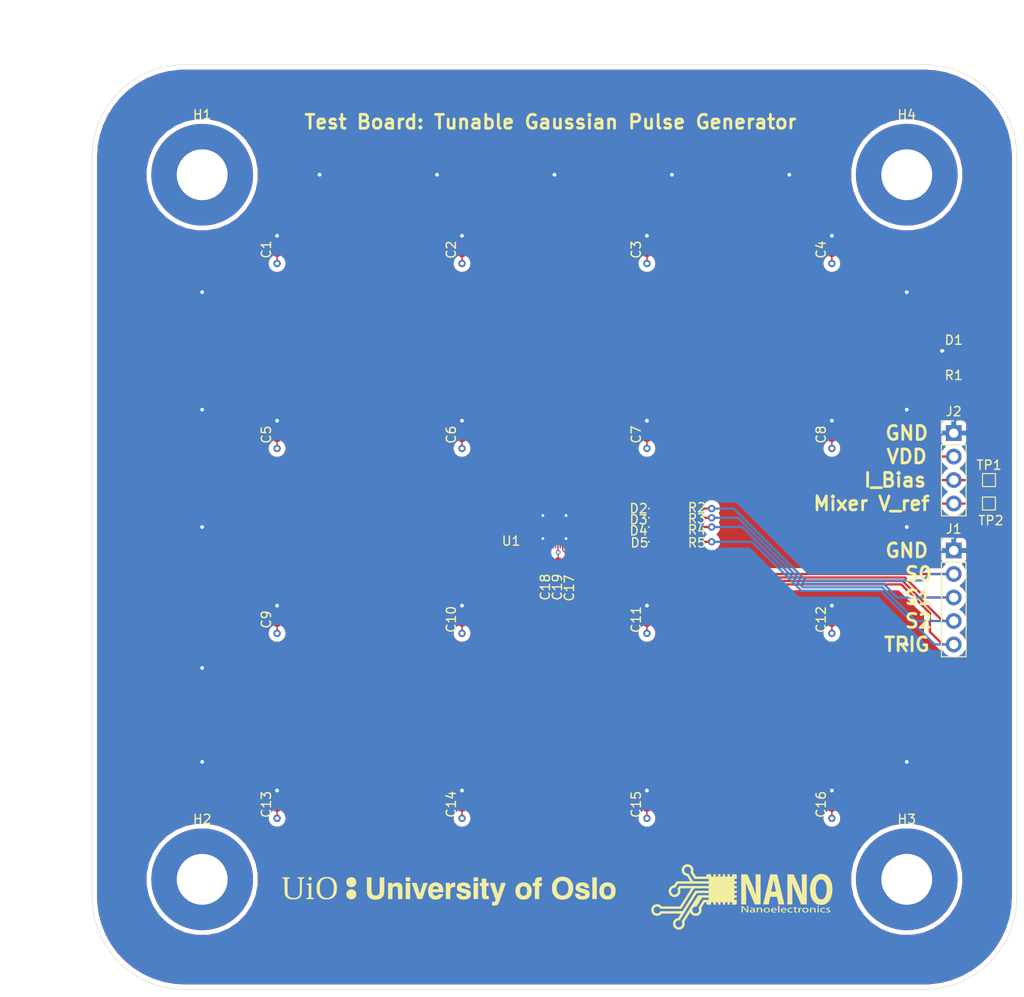
<source format=kicad_pcb>
(kicad_pcb (version 20171130) (host pcbnew "(5.1.5)-3")
  (layers (0 F.Cu signal) (1 In1.Cu power) (2 In2.Cu power) (31 B.Cu signal) (34 B.Paste user) (35 F.Paste user) (36 B.SilkS user) (37 F.SilkS user) (38 B.Mask user) (39 F.Mask user) (44 Edge.Cuts user))
  (net 0 "")
  (net 1 GND)
  (net 2 VDD)
  (net 3 S2)
  (net 4 S1)
  (net 5 S0)
  (net 6 TRIG)
  (net 7 V_ref)
  (net 8 I_bias)
  (net 9 "Net-(D1-Pad2)")
  (net 10 "Net-(D2-Pad2)")
  (net 11 "Net-(D3-Pad2)")
  (net 12 "Net-(D4-Pad2)")
  (net 13 "Net-(D5-Pad2)")
  (module TGPG:NANO_logo_copper (layer F.Cu) (at 160.32 130.005)
    (fp_text reference G*** hide)
    (fp_text value LOGO hide)
    (fp_poly (pts (xy 6.9596 0.8128) (xy 6.356158 0.8128) (xy 6.287363 0.6477) (xy 6.264144 0.59253) (xy 6.229624 0.51125) (xy 6.185931 0.408839) (xy 6.135195 0.290274) (xy 6.079546 0.160536) (xy 6.021113 0.024602) (xy 5.977701 -0.0762) (xy 5.858229 -0.355391) (xy 5.753288 -0.604948) (xy 5.662556 -0.825672) (xy 5.58571 -1.018366) (xy 5.522427 -1.18383) (xy 5.472386 -1.322867) (xy 5.453101 -1.380066) (xy 5.426468 -1.457258) (xy 5.403134 -1.517687) (xy 5.384686 -1.558289) (xy 5.372713 -1.576) (xy 5.368802 -1.567755) (xy 5.37413 -1.532467) (xy 5.376075 -1.507212) (xy 5.378232 -1.451012) (xy 5.380549 -1.366784) (xy 5.382971 -1.257447) (xy 5.385447 -1.125921) (xy 5.387922 -0.975125) (xy 5.390345 -0.807978) (xy 5.392662 -0.627399) (xy 5.394821 -0.436306) (xy 5.395857 -0.334433) (xy 5.407076 0.8128) (xy 4.8768 0.8128) (xy 4.8768 -2.4384) (xy 5.545666 -2.437278) (xy 5.825011 -1.798606) (xy 5.910338 -1.603196) (xy 5.983556 -1.434641) (xy 6.046332 -1.288856) (xy 6.100331 -1.161756) (xy 6.147219 -1.049257) (xy 6.188663 -0.947274) (xy 6.226327 -0.851722) (xy 6.261879 -0.758518) (xy 6.296983 -0.663576) (xy 6.333307 -0.562813) (xy 6.361773 -0.4826) (xy 6.469425 -0.1778) (xy 6.460312 -0.313266) (xy 6.458458 -0.355099) (xy 6.456362 -0.427278) (xy 6.454088 -0.526285) (xy 6.451697 -0.648601) (xy 6.449249 -0.790707) (xy 6.446807 -0.949085) (xy 6.444431 -1.120215) (xy 6.442184 -1.300579) (xy 6.44058 -1.443567) (xy 6.42996 -2.4384) (xy 6.9596 -2.4384) (xy 6.9596 0.8128)) (layer F.Cu) (width 0.01))
    (fp_poly (pts (xy 3.391708 -2.434487) (xy 3.766422 -2.429933) (xy 3.839046 -2.125133) (xy 3.869176 -1.99903) (xy 3.903875 -1.854376) (xy 3.939691 -1.705522) (xy 3.973173 -1.566819) (xy 3.987645 -1.507067) (xy 4.009824 -1.415378) (xy 4.037167 -1.301955) (xy 4.068881 -1.170119) (xy 4.10417 -1.023191) (xy 4.142241 -0.864492) (xy 4.182302 -0.697342) (xy 4.223556 -0.525063) (xy 4.265211 -0.350974) (xy 4.306473 -0.178398) (xy 4.346548 -0.010655) (xy 4.384643 0.148934) (xy 4.419962 0.297048) (xy 4.451713 0.430367) (xy 4.479101 0.54557) (xy 4.501333 0.639335) (xy 4.517615 0.708342) (xy 4.527153 0.74927) (xy 4.529059 0.757767) (xy 4.540824 0.8128) (xy 4.235001 0.8128) (xy 4.126481 0.812686) (xy 4.047089 0.811961) (xy 3.992086 0.810053) (xy 3.956735 0.806387) (xy 3.936295 0.800391) (xy 3.926029 0.79149) (xy 3.921198 0.779113) (xy 3.920116 0.7747) (xy 3.913811 0.747538) (xy 3.901198 0.692675) (xy 3.883495 0.615429) (xy 3.86192 0.521118) (xy 3.837693 0.415061) (xy 3.826292 0.365111) (xy 3.801738 0.258057) (xy 3.779633 0.162756) (xy 3.761095 0.083932) (xy 3.747237 0.026309) (xy 3.739178 -0.005389) (xy 3.737666 -0.010046) (xy 3.728575 -0.013743) (xy 3.707563 -0.016459) (xy 3.670687 -0.018287) (xy 3.614004 -0.019317) (xy 3.53357 -0.019639) (xy 3.425442 -0.019344) (xy 3.350683 -0.018939) (xy 3.018367 -0.016933) (xy 3.008712 0.029633) (xy 3.002428 0.060109) (xy 2.990541 0.117904) (xy 2.974256 0.19716) (xy 2.954775 0.29202) (xy 2.933301 0.396627) (xy 2.929558 0.414867) (xy 2.908025 0.519176) (xy 2.888329 0.613418) (xy 2.871641 0.692085) (xy 2.859131 0.749669) (xy 2.85197 0.780664) (xy 2.851289 0.783167) (xy 2.845267 0.793954) (xy 2.831382 0.801775) (xy 2.804868 0.807098) (xy 2.760961 0.81039) (xy 2.694898 0.812118) (xy 2.601914 0.812749) (xy 2.549125 0.8128) (xy 2.255733 0.8128) (xy 2.271751 0.740834) (xy 2.280516 0.702349) (xy 2.295994 0.635339) (xy 2.317148 0.544243) (xy 2.342937 0.433503) (xy 2.372323 0.30756) (xy 2.404268 0.170855) (xy 2.437732 0.027829) (xy 2.471676 -0.117077) (xy 2.505061 -0.259423) (xy 2.536849 -0.394766) (xy 2.566001 -0.518666) (xy 2.584452 -0.5969) (xy 3.106772 -0.5969) (xy 3.111722 -0.588611) (xy 3.13527 -0.582648) (xy 3.181105 -0.578713) (xy 3.252917 -0.57651) (xy 3.354399 -0.575743) (xy 3.370265 -0.575733) (xy 3.476233 -0.576335) (xy 3.552296 -0.578354) (xy 3.602396 -0.582111) (xy 3.630476 -0.587927) (xy 3.64048 -0.596122) (xy 3.640666 -0.597727) (xy 3.637067 -0.620375) (xy 3.627033 -0.670635) (xy 3.611707 -0.74311) (xy 3.592235 -0.832406) (xy 3.56976 -0.933126) (xy 3.566154 -0.949093) (xy 3.538138 -1.074959) (xy 3.508209 -1.212867) (xy 3.478961 -1.350627) (xy 3.452993 -1.476051) (xy 3.438271 -1.5494) (xy 3.419651 -1.642502) (xy 3.40262 -1.725016) (xy 3.388506 -1.790718) (xy 3.378633 -1.833382) (xy 3.375149 -1.845733) (xy 3.369285 -1.838181) (xy 3.358832 -1.801904) (xy 3.344871 -1.741567) (xy 3.32848 -1.661835) (xy 3.310737 -1.567374) (xy 3.31055 -1.566333) (xy 3.294471 -1.479948) (xy 3.274422 -1.376823) (xy 3.251543 -1.262394) (xy 3.226978 -1.142095) (xy 3.20187 -1.021361) (xy 3.17736 -0.905627) (xy 3.154591 -0.800327) (xy 3.134705 -0.710897) (xy 3.118845 -0.64277) (xy 3.108154 -0.601382) (xy 3.106772 -0.5969) (xy 2.584452 -0.5969) (xy 2.591477 -0.626682) (xy 2.607469 -0.694266) (xy 2.643813 -0.847701) (xy 2.682345 -1.010617) (xy 2.722161 -1.179168) (xy 2.762355 -1.349507) (xy 2.802022 -1.517787) (xy 2.840256 -1.680162) (xy 2.876153 -1.832786) (xy 2.908806 -1.97181) (xy 2.937312 -2.09339) (xy 2.960764 -2.193677) (xy 2.978257 -2.268825) (xy 2.988887 -2.314988) (xy 2.989106 -2.315953) (xy 3.016993 -2.43904) (xy 3.391708 -2.434487)) (layer F.Cu) (width 0.01))
    (fp_poly (pts (xy 0.213416 -2.434524) (xy 0.545365 -2.429933) (xy 0.807203 -1.837267) (xy 0.905223 -1.614444) (xy 0.990522 -1.418305) (xy 1.064735 -1.24486) (xy 1.129494 -1.090118) (xy 1.186432 -0.950089) (xy 1.237182 -0.820783) (xy 1.283379 -0.698209) (xy 1.326654 -0.578377) (xy 1.351252 -0.508) (xy 1.391449 -0.391549) (xy 1.42169 -0.304327) (xy 1.443265 -0.243622) (xy 1.457468 -0.206719) (xy 1.46559 -0.190904) (xy 1.468922 -0.193464) (xy 1.468758 -0.211684) (xy 1.466388 -0.24285) (xy 1.464108 -0.270933) (xy 1.462399 -0.307606) (xy 1.460467 -0.374806) (xy 1.458367 -0.469196) (xy 1.456154 -0.587437) (xy 1.453883 -0.726192) (xy 1.451609 -0.882122) (xy 1.449385 -1.05189) (xy 1.447268 -1.232157) (xy 1.445409 -1.4097) (xy 1.435275 -2.4384) (xy 1.964267 -2.4384) (xy 1.964267 0.8128) (xy 1.35807 0.8128) (xy 1.019407 0.021167) (xy 0.909668 -0.236315) (xy 0.812979 -0.465312) (xy 0.728393 -0.668177) (xy 0.654961 -0.847263) (xy 0.591736 -1.004923) (xy 0.53777 -1.143511) (xy 0.492115 -1.265379) (xy 0.453823 -1.372881) (xy 0.432432 -1.436174) (xy 0.411257 -1.498244) (xy 0.393966 -1.545054) (xy 0.383187 -1.569657) (xy 0.381168 -1.57164) (xy 0.380446 -1.5541) (xy 0.380487 -1.50647) (xy 0.381236 -1.432519) (xy 0.382638 -1.336013) (xy 0.384638 -1.220721) (xy 0.38718 -1.090411) (xy 0.39021 -0.948848) (xy 0.390412 -0.9398) (xy 0.393984 -0.763664) (xy 0.397286 -0.568793) (xy 0.400193 -0.365065) (xy 0.40258 -0.162357) (xy 0.404324 0.029451) (xy 0.405299 0.200483) (xy 0.405429 0.249767) (xy 0.4064 0.8128) (xy -0.118533 0.8128) (xy -0.118533 -2.439116) (xy 0.213416 -2.434524)) (layer F.Cu) (width 0.01))
    (fp_poly (pts (xy 8.634365 -2.483749) (xy 8.805252 -2.456343) (xy 8.965176 -2.405487) (xy 9.042805 -2.369084) (xy 9.18951 -2.272029) (xy 9.321098 -2.146469) (xy 9.436531 -1.9947) (xy 9.534772 -1.819019) (xy 9.614785 -1.621722) (xy 9.675531 -1.405105) (xy 9.715974 -1.171464) (xy 9.735076 -0.923096) (xy 9.736528 -0.833299) (xy 9.725444 -0.568716) (xy 9.692311 -0.321593) (xy 9.637956 -0.093464) (xy 9.563208 0.114135) (xy 9.468895 0.29967) (xy 9.355846 0.461606) (xy 9.224888 0.598409) (xy 9.076852 0.708544) (xy 8.912563 0.790477) (xy 8.847667 0.813387) (xy 8.746592 0.83712) (xy 8.627261 0.852386) (xy 8.501542 0.858696) (xy 8.3813 0.855565) (xy 8.278402 0.842506) (xy 8.256712 0.837617) (xy 8.132438 0.798687) (xy 8.02195 0.746) (xy 7.916557 0.674336) (xy 7.807569 0.578478) (xy 7.779924 0.551304) (xy 7.710129 0.479595) (xy 7.658213 0.420066) (xy 7.616724 0.362421) (xy 7.578208 0.29636) (xy 7.537604 0.216471) (xy 7.44805 0.000097) (xy 7.382498 -0.231314) (xy 7.340701 -0.473062) (xy 7.322408 -0.720448) (xy 7.324083 -0.804333) (xy 7.924153 -0.804333) (xy 7.9308 -0.606649) (xy 7.95087 -0.433719) (xy 7.985673 -0.278673) (xy 8.036518 -0.134639) (xy 8.063036 -0.07564) (xy 8.138629 0.05287) (xy 8.228062 0.152888) (xy 8.329387 0.223375) (xy 8.440659 0.263294) (xy 8.559932 0.271605) (xy 8.674468 0.250621) (xy 8.760014 0.209028) (xy 8.843705 0.138515) (xy 8.921522 0.043957) (xy 8.989444 -0.069771) (xy 9.04294 -0.196303) (xy 9.084579 -0.351117) (xy 9.112412 -0.527551) (xy 9.126422 -0.716819) (xy 9.126596 -0.910136) (xy 9.112917 -1.098717) (xy 9.08537 -1.273776) (xy 9.045088 -1.423214) (xy 8.982773 -1.569273) (xy 8.906248 -1.690584) (xy 8.817824 -1.785735) (xy 8.719808 -1.853319) (xy 8.614509 -1.891926) (xy 8.504236 -1.900145) (xy 8.391298 -1.876569) (xy 8.338679 -1.854459) (xy 8.233676 -1.784514) (xy 8.142692 -1.685301) (xy 8.066472 -1.558709) (xy 8.005764 -1.406627) (xy 7.961311 -1.230945) (xy 7.933861 -1.033551) (xy 7.924158 -0.816335) (xy 7.924153 -0.804333) (xy 7.324083 -0.804333) (xy 7.327369 -0.96877) (xy 7.355337 -1.21333) (xy 7.40606 -1.449428) (xy 7.479289 -1.672364) (xy 7.574776 -1.877438) (xy 7.655767 -2.009361) (xy 7.76115 -2.138222) (xy 7.888338 -2.253866) (xy 8.029893 -2.351048) (xy 8.178377 -2.424523) (xy 8.299264 -2.463209) (xy 8.462406 -2.486456) (xy 8.634365 -2.483749)) (layer F.Cu) (width 0.01))
    (fp_poly (pts (xy 8.237503 0.986444) (xy 8.261234 1.016968) (xy 8.263467 1.031718) (xy 8.249032 1.062923) (xy 8.21231 1.080446) (xy 8.163174 1.081216) (xy 8.132233 1.072519) (xy 8.112723 1.050426) (xy 8.115393 1.018087) (xy 8.13761 0.988303) (xy 8.151258 0.980028) (xy 8.197012 0.972365) (xy 8.237503 0.986444)) (layer F.Cu) (width 0.01))
    (fp_poly (pts (xy 8.246533 1.6764) (xy 8.128 1.6764) (xy 8.128 1.430867) (xy 8.128826 1.343787) (xy 8.131099 1.269923) (xy 8.13451 1.215314) (xy 8.13875 1.185999) (xy 8.1407 1.182683) (xy 8.165635 1.179618) (xy 8.199967 1.176741) (xy 8.246533 1.173449) (xy 8.246533 1.6764)) (layer F.Cu) (width 0.01))
    (fp_poly (pts (xy 7.782344 1.18661) (xy 7.792794 1.190617) (xy 7.840299 1.215254) (xy 7.873896 1.246979) (xy 7.896104 1.291831) (xy 7.909441 1.355848) (xy 7.916424 1.445069) (xy 7.918053 1.490993) (xy 7.923219 1.6764) (xy 7.789333 1.6764) (xy 7.789333 1.51633) (xy 7.787382 1.441247) (xy 7.782158 1.375014) (xy 7.774608 1.327756) (xy 7.770533 1.314998) (xy 7.732124 1.268107) (xy 7.674385 1.242239) (xy 7.605979 1.239355) (xy 7.535567 1.261414) (xy 7.534994 1.261709) (xy 7.49876 1.284838) (xy 7.474465 1.314302) (xy 7.459855 1.356857) (xy 7.452675 1.419259) (xy 7.450671 1.508262) (xy 7.450667 1.51442) (xy 7.450667 1.6764) (xy 7.390868 1.6764) (xy 7.348166 1.67069) (xy 7.323707 1.656515) (xy 7.32262 1.654379) (xy 7.319833 1.630002) (xy 7.318157 1.578772) (xy 7.317695 1.507688) (xy 7.31855 1.423751) (xy 7.318918 1.404613) (xy 7.323667 1.176867) (xy 7.374467 1.176867) (xy 7.412834 1.182913) (xy 7.428913 1.205589) (xy 7.430634 1.214635) (xy 7.436002 1.252404) (xy 7.48562 1.215719) (xy 7.546071 1.187342) (xy 7.624646 1.172298) (xy 7.707889 1.171688) (xy 7.782344 1.18661)) (layer F.Cu) (width 0.01))
    (fp_poly (pts (xy 6.400918 1.172181) (xy 6.415784 1.188651) (xy 6.417733 1.210734) (xy 6.413434 1.239138) (xy 6.393937 1.250932) (xy 6.357164 1.253067) (xy 6.30067 1.263522) (xy 6.250361 1.299345) (xy 6.247097 1.302564) (xy 6.224122 1.327232) (xy 6.209643 1.351064) (xy 6.201701 1.382429) (xy 6.198341 1.429698) (xy 6.197605 1.501238) (xy 6.1976 1.514231) (xy 6.1976 1.6764) (xy 6.064966 1.6764) (xy 6.0706 1.177076) (xy 6.121153 1.176971) (xy 6.158753 1.182608) (xy 6.177049 1.206692) (xy 6.18265 1.227667) (xy 6.190553 1.256277) (xy 6.195358 1.258851) (xy 6.195596 1.257051) (xy 6.21254 1.230791) (xy 6.251523 1.20345) (xy 6.301445 1.180913) (xy 6.351202 1.169066) (xy 6.3627 1.168463) (xy 6.400918 1.172181)) (layer F.Cu) (width 0.01))
    (fp_poly (pts (xy 3.996266 1.6764) (xy 3.8608 1.6764) (xy 3.8608 0.948267) (xy 3.996266 0.948267) (xy 3.996266 1.6764)) (layer F.Cu) (width 0.01))
    (fp_poly (pts (xy 1.609259 1.171778) (xy 1.651224 1.1835) (xy 1.670182 1.213663) (xy 1.679711 1.251632) (xy 1.730274 1.21425) (xy 1.764772 1.193672) (xy 1.805461 1.18216) (xy 1.86313 1.177419) (xy 1.906093 1.176867) (xy 1.971845 1.17785) (xy 2.014457 1.182987) (xy 2.044642 1.195559) (xy 2.073116 1.218849) (xy 2.086708 1.232181) (xy 2.110488 1.256917) (xy 2.126439 1.279513) (xy 2.136372 1.307385) (xy 2.142101 1.347946) (xy 2.145437 1.408612) (xy 2.147757 1.481948) (xy 2.153447 1.6764) (xy 2.015067 1.6764) (xy 2.015067 1.500476) (xy 2.012827 1.401492) (xy 2.004237 1.331416) (xy 1.986488 1.285473) (xy 1.956772 1.258892) (xy 1.912283 1.246899) (xy 1.864547 1.2446) (xy 1.805384 1.248502) (xy 1.765141 1.263402) (xy 1.735839 1.287531) (xy 1.716254 1.309547) (xy 1.703552 1.333642) (xy 1.696081 1.367616) (xy 1.692188 1.419271) (xy 1.69022 1.496407) (xy 1.690104 1.503431) (xy 1.6873 1.6764) (xy 1.557867 1.6764) (xy 1.557867 1.167862) (xy 1.609259 1.171778)) (layer F.Cu) (width 0.01))
    (fp_poly (pts (xy 0.643467 1.6764) (xy 0.579967 1.675808) (xy 0.554849 1.674127) (xy 0.531903 1.667114) (xy 0.506744 1.651032) (xy 0.474992 1.62215) (xy 0.432264 1.576732) (xy 0.374179 1.511044) (xy 0.338667 1.470192) (xy 0.272018 1.392649) (xy 0.207857 1.316765) (xy 0.151944 1.249442) (xy 0.110044 1.197578) (xy 0.097367 1.181217) (xy 0.033867 1.097266) (xy 0.033867 1.6764) (xy -0.084667 1.6764) (xy -0.084667 0.982134) (xy -0.0127 0.982347) (xy 0.026352 0.984641) (xy 0.056958 0.99496) (xy 0.088157 1.018869) (xy 0.128986 1.061934) (xy 0.143933 1.078818) (xy 0.261497 1.213254) (xy 0.356896 1.324035) (xy 0.429895 1.410884) (xy 0.480262 1.473523) (xy 0.507721 1.511607) (xy 0.518234 1.527174) (xy 0.525655 1.532011) (xy 0.530323 1.522199) (xy 0.532578 1.493821) (xy 0.532758 1.442957) (xy 0.531202 1.36569) (xy 0.528598 1.270307) (xy 0.520405 0.982134) (xy 0.643467 0.982134) (xy 0.643467 1.6764)) (layer F.Cu) (width 0.01))
    (fp_poly (pts (xy 9.412735 1.176239) (xy 9.455287 1.182645) (xy 9.474994 1.193437) (xy 9.477367 1.210806) (xy 9.473158 1.224275) (xy 9.459484 1.240263) (xy 9.429566 1.245185) (xy 9.381042 1.241441) (xy 9.295469 1.238005) (xy 9.236328 1.250672) (xy 9.205466 1.279026) (xy 9.204512 1.281327) (xy 9.202413 1.308975) (xy 9.221608 1.334226) (xy 9.265962 1.360108) (xy 9.339339 1.389651) (xy 9.345591 1.391909) (xy 9.429306 1.431056) (xy 9.485096 1.47658) (xy 9.51184 1.525463) (xy 9.508416 1.574684) (xy 9.473704 1.621226) (xy 9.439665 1.645294) (xy 9.388912 1.664805) (xy 9.319393 1.679451) (xy 9.246096 1.687133) (xy 9.184009 1.68575) (xy 9.1694 1.683157) (xy 9.123815 1.67272) (xy 9.097433 1.666952) (xy 9.065285 1.654048) (xy 9.063574 1.630954) (xy 9.073573 1.612446) (xy 9.089869 1.600705) (xy 9.122237 1.600156) (xy 9.172973 1.609199) (xy 9.252317 1.61873) (xy 9.315626 1.612811) (xy 9.355142 1.597799) (xy 9.370687 1.573942) (xy 9.3726 1.550169) (xy 9.370133 1.521776) (xy 9.358703 1.500429) (xy 9.332262 1.481565) (xy 9.284763 1.460625) (xy 9.223894 1.437994) (xy 9.142984 1.399853) (xy 9.095174 1.355678) (xy 9.080177 1.305124) (xy 9.086341 1.272921) (xy 9.121616 1.221309) (xy 9.184863 1.187628) (xy 9.275081 1.172273) (xy 9.341827 1.172026) (xy 9.412735 1.176239)) (layer F.Cu) (width 0.01))
    (fp_poly (pts (xy 8.863103 1.170998) (xy 8.914843 1.178527) (xy 8.941298 1.192535) (xy 8.946652 1.214343) (xy 8.945443 1.220207) (xy 8.936775 1.237976) (xy 8.917239 1.245833) (xy 8.878242 1.245551) (xy 8.839873 1.241999) (xy 8.732794 1.242134) (xy 8.647049 1.267623) (xy 8.580938 1.318992) (xy 8.577287 1.32323) (xy 8.541015 1.388566) (xy 8.536229 1.455718) (xy 8.561491 1.518557) (xy 8.615366 1.570955) (xy 8.638526 1.584573) (xy 8.688304 1.600057) (xy 8.756737 1.609159) (xy 8.82906 1.610972) (xy 8.890506 1.604587) (xy 8.904618 1.600935) (xy 8.93175 1.604841) (xy 8.947346 1.626846) (xy 8.945873 1.652817) (xy 8.930249 1.66639) (xy 8.877151 1.678288) (xy 8.804029 1.684228) (xy 8.724228 1.684061) (xy 8.651089 1.677636) (xy 8.613104 1.66994) (xy 8.528316 1.632316) (xy 8.465036 1.576598) (xy 8.425007 1.508592) (xy 8.409969 1.434108) (xy 8.421662 1.358951) (xy 8.461828 1.288931) (xy 8.490272 1.260109) (xy 8.569893 1.207748) (xy 8.664816 1.177939) (xy 8.781585 1.168631) (xy 8.781898 1.168631) (xy 8.863103 1.170998)) (layer F.Cu) (width 0.01))
    (fp_poly (pts (xy 6.927524 1.182499) (xy 7.00588 1.201425) (xy 7.066447 1.236686) (xy 7.116467 1.291323) (xy 7.124642 1.303053) (xy 7.158045 1.377479) (xy 7.161396 1.451094) (xy 7.138408 1.520508) (xy 7.092798 1.582333) (xy 7.028282 1.63318) (xy 6.948574 1.669662) (xy 6.857391 1.688389) (xy 6.758447 1.685974) (xy 6.714066 1.6775) (xy 6.621715 1.641987) (xy 6.550898 1.588481) (xy 6.50407 1.521812) (xy 6.483692 1.446813) (xy 6.487735 1.409586) (xy 6.607798 1.409586) (xy 6.609442 1.460063) (xy 6.634178 1.512661) (xy 6.642686 1.525729) (xy 6.698252 1.580232) (xy 6.770356 1.611126) (xy 6.849723 1.616723) (xy 6.927077 1.595337) (xy 6.950999 1.581798) (xy 6.999256 1.53167) (xy 7.023905 1.466021) (xy 7.02395 1.394538) (xy 6.998395 1.326912) (xy 6.979761 1.301958) (xy 6.920844 1.258009) (xy 6.850056 1.237589) (xy 6.77602 1.239598) (xy 6.707358 1.262939) (xy 6.652694 1.30651) (xy 6.628066 1.346781) (xy 6.607798 1.409586) (xy 6.487735 1.409586) (xy 6.492219 1.368316) (xy 6.523624 1.303053) (xy 6.572548 1.244728) (xy 6.630755 1.206309) (xy 6.70549 1.184756) (xy 6.803997 1.177025) (xy 6.824133 1.176867) (xy 6.927524 1.182499)) (layer F.Cu) (width 0.01))
    (fp_poly (pts (xy 5.73214 1.076126) (xy 5.740091 1.104965) (xy 5.7404 1.1176) (xy 5.742178 1.146395) (xy 5.75234 1.162896) (xy 5.77813 1.170255) (xy 5.826789 1.171624) (xy 5.863166 1.171023) (xy 5.905725 1.173332) (xy 5.923799 1.185621) (xy 5.926666 1.202927) (xy 5.917568 1.231007) (xy 5.9055 1.238087) (xy 5.872138 1.242962) (xy 5.8674 1.243974) (xy 5.839705 1.247471) (xy 5.796436 1.25044) (xy 5.795433 1.250488) (xy 5.7404 1.253067) (xy 5.7404 1.404257) (xy 5.742922 1.491586) (xy 5.752373 1.550494) (xy 5.771583 1.586179) (xy 5.803382 1.603837) (xy 5.850597 1.608665) (xy 5.851676 1.608667) (xy 5.892345 1.612855) (xy 5.90833 1.628543) (xy 5.909733 1.640722) (xy 5.895343 1.672382) (xy 5.856998 1.689859) (xy 5.801934 1.692158) (xy 5.737387 1.678287) (xy 5.710638 1.668034) (xy 5.673808 1.6463) (xy 5.648421 1.614728) (xy 5.632572 1.567461) (xy 5.624358 1.498639) (xy 5.621875 1.402405) (xy 5.621866 1.394833) (xy 5.621236 1.319797) (xy 5.618589 1.27259) (xy 5.612796 1.247187) (xy 5.602724 1.237564) (xy 5.592233 1.237019) (xy 5.546003 1.237748) (xy 5.524607 1.225043) (xy 5.520266 1.202267) (xy 5.525535 1.175678) (xy 5.532966 1.170405) (xy 5.58821 1.170652) (xy 5.617216 1.149966) (xy 5.621866 1.128042) (xy 5.634507 1.091163) (xy 5.659966 1.077473) (xy 5.707888 1.068187) (xy 5.73214 1.076126)) (layer F.Cu) (width 0.01))
    (fp_poly (pts (xy 5.378922 1.178171) (xy 5.409927 1.192705) (xy 5.416106 1.216169) (xy 5.413416 1.225391) (xy 5.401645 1.239763) (xy 5.375632 1.245796) (xy 5.327558 1.244604) (xy 5.296649 1.242006) (xy 5.19333 1.243079) (xy 5.110425 1.266225) (xy 5.050482 1.309856) (xy 5.016051 1.372382) (xy 5.00858 1.421605) (xy 5.019899 1.497884) (xy 5.058413 1.554336) (xy 5.123614 1.590616) (xy 5.214995 1.606378) (xy 5.279549 1.605997) (xy 5.346495 1.603801) (xy 5.386536 1.607148) (xy 5.406312 1.616935) (xy 5.410364 1.623667) (xy 5.411428 1.652961) (xy 5.406522 1.661413) (xy 5.377695 1.673169) (xy 5.32529 1.680971) (xy 5.259396 1.684513) (xy 5.190103 1.683493) (xy 5.127501 1.677608) (xy 5.09437 1.670803) (xy 5.00352 1.636828) (xy 4.941051 1.592675) (xy 4.902149 1.534886) (xy 4.900785 1.531694) (xy 4.879103 1.442207) (xy 4.89001 1.359351) (xy 4.932415 1.286235) (xy 5.005223 1.225969) (xy 5.009055 1.223692) (xy 5.055954 1.199721) (xy 5.103969 1.184888) (xy 5.164746 1.17652) (xy 5.231218 1.172646) (xy 5.320287 1.171755) (xy 5.378922 1.178171)) (layer F.Cu) (width 0.01))
    (fp_poly (pts (xy 4.59584 1.182063) (xy 4.67586 1.221038) (xy 4.73416 1.282545) (xy 4.767072 1.36378) (xy 4.769391 1.376231) (xy 4.779631 1.439334) (xy 4.531882 1.439334) (xy 4.430041 1.439807) (xy 4.358079 1.442214) (xy 4.312013 1.448036) (xy 4.28786 1.458753) (xy 4.281635 1.475845) (xy 4.289354 1.500795) (xy 4.301568 1.524938) (xy 4.337061 1.566216) (xy 4.393536 1.592681) (xy 4.474771 1.60548) (xy 4.569457 1.606361) (xy 4.641472 1.604771) (xy 4.68623 1.606715) (xy 4.710246 1.61316) (xy 4.720032 1.625071) (xy 4.720984 1.628835) (xy 4.71162 1.653153) (xy 4.678776 1.665292) (xy 4.555282 1.681633) (xy 4.449741 1.681633) (xy 4.408194 1.67583) (xy 4.305175 1.643311) (xy 4.228228 1.593401) (xy 4.179046 1.528172) (xy 4.159323 1.449696) (xy 4.165802 1.379172) (xy 4.173181 1.362077) (xy 4.288205 1.362077) (xy 4.2902 1.367717) (xy 4.309298 1.372902) (xy 4.354695 1.377015) (xy 4.418824 1.379533) (xy 4.468783 1.380067) (xy 4.546137 1.379692) (xy 4.595763 1.377686) (xy 4.6238 1.372724) (xy 4.636383 1.363484) (xy 4.639651 1.34864) (xy 4.639733 1.343196) (xy 4.624511 1.300899) (xy 4.584602 1.267101) (xy 4.528644 1.244258) (xy 4.465274 1.23483) (xy 4.403128 1.241272) (xy 4.355765 1.262402) (xy 4.320458 1.295057) (xy 4.295611 1.332019) (xy 4.288205 1.362077) (xy 4.173181 1.362077) (xy 4.200179 1.299532) (xy 4.261398 1.236589) (xy 4.345566 1.192813) (xy 4.448791 1.170677) (xy 4.497764 1.168426) (xy 4.59584 1.182063)) (layer F.Cu) (width 0.01))
    (fp_poly (pts (xy 3.517495 1.17898) (xy 3.59432 1.210069) (xy 3.655586 1.257502) (xy 3.695504 1.319008) (xy 3.7084 1.385834) (xy 3.7084 1.438404) (xy 3.4671 1.443102) (xy 3.372428 1.445181) (xy 3.306591 1.447655) (xy 3.264558 1.451346) (xy 3.241301 1.457079) (xy 3.23179 1.465677) (xy 3.230994 1.477962) (xy 3.231561 1.481667) (xy 3.25564 1.533965) (xy 3.303186 1.578397) (xy 3.335866 1.595527) (xy 3.376752 1.604238) (xy 3.438454 1.609396) (xy 3.508085 1.610789) (xy 3.572758 1.608199) (xy 3.619588 1.601413) (xy 3.62336 1.600319) (xy 3.651203 1.603552) (xy 3.662265 1.624677) (xy 3.662206 1.64952) (xy 3.639631 1.662499) (xy 3.617797 1.666741) (xy 3.502483 1.680846) (xy 3.411312 1.683507) (xy 3.338465 1.67533) (xy 3.238791 1.643025) (xy 3.1653 1.591983) (xy 3.119528 1.523962) (xy 3.103011 1.440717) (xy 3.104481 1.407766) (xy 3.121605 1.340703) (xy 3.233134 1.340703) (xy 3.243534 1.357241) (xy 3.281647 1.366773) (xy 3.349751 1.370959) (xy 3.412066 1.3716) (xy 3.492896 1.370869) (xy 3.545458 1.368128) (xy 3.575333 1.362556) (xy 3.588098 1.353332) (xy 3.589866 1.34543) (xy 3.57862 1.316329) (xy 3.551251 1.280711) (xy 3.548303 1.277697) (xy 3.492966 1.244349) (xy 3.423665 1.233353) (xy 3.351788 1.244611) (xy 3.288726 1.278023) (xy 3.286366 1.279972) (xy 3.24817 1.3155) (xy 3.233134 1.340703) (xy 3.121605 1.340703) (xy 3.125488 1.3255) (xy 3.172081 1.260711) (xy 3.24794 1.208361) (xy 3.251546 1.2065) (xy 3.34032 1.174923) (xy 3.430899 1.166507) (xy 3.517495 1.17898)) (layer F.Cu) (width 0.01))
    (fp_poly (pts (xy 2.759544 1.180521) (xy 2.847439 1.21087) (xy 2.917696 1.258625) (xy 2.952942 1.30257) (xy 2.980195 1.380474) (xy 2.980005 1.465352) (xy 2.952658 1.543882) (xy 2.902249 1.60065) (xy 2.827904 1.644738) (xy 2.73792 1.673858) (xy 2.640593 1.685722) (xy 2.54422 1.678044) (xy 2.503653 1.667692) (xy 2.42706 1.629229) (xy 2.363381 1.570997) (xy 2.321027 1.50175) (xy 2.310676 1.466829) (xy 2.310662 1.433319) (xy 2.43654 1.433319) (xy 2.451264 1.497261) (xy 2.486909 1.553056) (xy 2.539447 1.595465) (xy 2.604848 1.619248) (xy 2.679084 1.619164) (xy 2.720931 1.607539) (xy 2.793924 1.565057) (xy 2.839771 1.505807) (xy 2.85631 1.434504) (xy 2.841377 1.355862) (xy 2.839038 1.350062) (xy 2.796308 1.287209) (xy 2.731857 1.249982) (xy 2.646641 1.238859) (xy 2.618635 1.24054) (xy 2.55827 1.251068) (xy 2.51577 1.273182) (xy 2.485972 1.301958) (xy 2.446766 1.366472) (xy 2.43654 1.433319) (xy 2.310662 1.433319) (xy 2.310649 1.403875) (xy 2.334566 1.330372) (xy 2.359728 1.282302) (xy 2.390336 1.249349) (xy 2.437525 1.221042) (xy 2.464427 1.208268) (xy 2.560597 1.177783) (xy 2.66145 1.169013) (xy 2.759544 1.180521)) (layer F.Cu) (width 0.01))
    (fp_poly (pts (xy 1.141366 1.172135) (xy 1.212967 1.182819) (xy 1.243781 1.192367) (xy 1.283683 1.213587) (xy 1.312244 1.242446) (xy 1.331669 1.284787) (xy 1.344168 1.346455) (xy 1.351947 1.433295) (xy 1.354667 1.485936) (xy 1.363133 1.676471) (xy 1.309912 1.676436) (xy 1.266213 1.668319) (xy 1.246716 1.650408) (xy 1.236497 1.634638) (xy 1.217324 1.63597) (xy 1.184727 1.651314) (xy 1.126407 1.671342) (xy 1.05187 1.683994) (xy 0.978366 1.687102) (xy 0.936966 1.68248) (xy 0.882468 1.656719) (xy 0.838418 1.611681) (xy 0.814572 1.558491) (xy 0.8128 1.540934) (xy 0.817921 1.521591) (xy 0.939265 1.521591) (xy 0.939763 1.55775) (xy 0.968819 1.598808) (xy 1.019304 1.619636) (xy 1.084454 1.618766) (xy 1.142181 1.601634) (xy 1.201363 1.562709) (xy 1.23151 1.506753) (xy 1.236133 1.465847) (xy 1.232289 1.437231) (xy 1.214227 1.425009) (xy 1.172633 1.422495) (xy 1.087281 1.430237) (xy 1.016614 1.451263) (xy 0.965614 1.482679) (xy 0.939265 1.521591) (xy 0.817921 1.521591) (xy 0.828708 1.480847) (xy 0.876444 1.432181) (xy 0.956029 1.394923) (xy 1.067482 1.369064) (xy 1.130223 1.360912) (xy 1.18649 1.353732) (xy 1.215833 1.345136) (xy 1.225151 1.331953) (xy 1.223399 1.318095) (xy 1.196202 1.276594) (xy 1.144106 1.248599) (xy 1.073906 1.235689) (xy 0.9924 1.239441) (xy 0.936678 1.251534) (xy 0.89691 1.258973) (xy 0.877403 1.249711) (xy 0.87329 1.241682) (xy 0.86559 1.218079) (xy 0.87201 1.204942) (xy 0.900033 1.192893) (xy 0.916927 1.18699) (xy 0.979318 1.17399) (xy 1.058807 1.169115) (xy 1.141366 1.172135)) (layer F.Cu) (width 0.01))
    (fp_poly (pts (xy -5.836243 -3.527722) (xy -5.77457 -3.515074) (xy -5.634942 -3.463259) (xy -5.51641 -3.385043) (xy -5.419719 -3.281043) (xy -5.352646 -3.167306) (xy -5.333206 -3.122454) (xy -5.320422 -3.080897) (xy -5.312907 -3.033557) (xy -5.309271 -2.971352) (xy -5.308129 -2.885204) (xy -5.308101 -2.87583) (xy -5.307601 -2.67826) (xy -5.158865 -2.439797) (xy -5.010128 -2.201333) (xy -3.898861 -2.201333) (xy -3.890904 -2.29728) (xy -3.883692 -2.355689) (xy -3.86993 -2.39769) (xy -3.844637 -2.425956) (xy -3.802831 -2.443161) (xy -3.739532 -2.45198) (xy -3.649758 -2.455086) (xy -3.596458 -2.455333) (xy -3.386667 -2.455333) (xy -3.386667 -2.201333) (xy -3.132667 -2.201333) (xy -3.132667 -2.455333) (xy -2.878667 -2.455333) (xy -2.878667 -2.201333) (xy -2.624667 -2.201333) (xy -2.624667 -2.455333) (xy -2.370667 -2.455333) (xy -2.370667 -2.201333) (xy -2.116667 -2.201333) (xy -2.116667 -2.455333) (xy -1.998456 -2.455333) (xy -1.933755 -2.453578) (xy -1.893085 -2.444177) (xy -1.871501 -2.420929) (xy -1.864061 -2.377632) (xy -1.86582 -2.308084) (xy -1.866856 -2.290233) (xy -1.872176 -2.201333) (xy -1.608667 -2.201333) (xy -1.608667 -2.455333) (xy -1.3716 -2.455333) (xy -1.3716 -2.201333) (xy -1.119084 -2.201333) (xy -1.114109 -2.3241) (xy -1.109133 -2.446866) (xy -0.904617 -2.451598) (xy -0.816735 -2.453121) (xy -0.75569 -2.452321) (xy -0.714483 -2.448332) (xy -0.686115 -2.440289) (xy -0.663587 -2.427328) (xy -0.65485 -2.420735) (xy -0.636353 -2.405135) (xy -0.623741 -2.388429) (xy -0.615886 -2.364281) (xy -0.611662 -2.326358) (xy -0.609943 -2.268325) (xy -0.609602 -2.183846) (xy -0.6096 -2.166237) (xy -0.6096 -1.947333) (xy -0.8636 -1.947333) (xy -0.8636 -1.693333) (xy -0.6096 -1.693333) (xy -0.6096 -1.439333) (xy -0.8636 -1.439333) (xy -0.8636 -1.185333) (xy -0.6096 -1.185333) (xy -0.6096 -1.058333) (xy -0.61115 -0.997967) (xy -0.615251 -0.953733) (xy -0.621079 -0.933732) (xy -0.6223 -0.933338) (xy -0.644581 -0.934076) (xy -0.690657 -0.934069) (xy -0.7493 -0.933338) (xy -0.8636 -0.931333) (xy -0.8636 -0.677333) (xy -0.6096 -0.677333) (xy -0.6096 -0.426753) (xy -0.706967 -0.426163) (xy -0.765893 -0.425648) (xy -0.814104 -0.424948) (xy -0.833967 -0.424453) (xy -0.849719 -0.419186) (xy -0.858743 -0.400179) (xy -0.862783 -0.360392) (xy -0.8636 -0.3048) (xy -0.8636 -0.186267) (xy -0.7493 -0.184261) (xy -0.689652 -0.183524) (xy -0.643923 -0.183531) (xy -0.6223 -0.184261) (xy -0.616239 -0.16972) (xy -0.611751 -0.129423) (xy -0.609659 -0.07147) (xy -0.6096 -0.059266) (xy -0.6096 0.067733) (xy -0.8636 0.067733) (xy -0.8636 0.321733) (xy -0.6096 0.321733) (xy -0.6096 0.541867) (xy -0.609967 0.646393) (xy -0.614213 0.721968) (xy -0.627061 0.773282) (xy -0.653229 0.805027) (xy -0.69744 0.821893) (xy -0.764413 0.828571) (xy -0.858869 0.829751) (xy -0.899303 0.829734) (xy -1.121273 0.829734) (xy -1.106229 0.575734) (xy -1.238915 0.575734) (xy -1.3716 0.575733) (xy -1.3716 0.829734) (xy -1.608667 0.829734) (xy -1.608667 0.575733) (xy -1.7399 0.575704) (xy -1.871134 0.575675) (xy -1.871134 0.821267) (xy -1.9939 0.826242) (xy -2.116667 0.831217) (xy -2.116667 0.575733) (xy -2.370667 0.575733) (xy -2.370667 0.829734) (xy -2.624667 0.829734) (xy -2.624667 0.575733) (xy -2.878667 0.575733) (xy -2.878667 0.829734) (xy -3.132667 0.829734) (xy -3.132667 0.575733) (xy -3.386667 0.575733) (xy -3.386667 0.829734) (xy -3.604176 0.829734) (xy -3.706375 0.828597) (xy -3.779821 0.823281) (xy -3.829604 0.81093) (xy -3.860811 0.788686) (xy -3.878532 0.753693) (xy -3.887853 0.703094) (xy -3.891159 0.668604) (xy -3.898861 0.575733) (xy -3.985664 0.576238) (xy -4.072467 0.576742) (xy -4.258129 0.875097) (xy -4.313856 0.966056) (xy -4.362702 1.048477) (xy -4.402012 1.117655) (xy -4.429128 1.168883) (xy -4.441394 1.197455) (xy -4.441825 1.20056) (xy -4.43782 1.231785) (xy -4.429645 1.28285) (xy -4.423005 1.3208) (xy -4.414911 1.456723) (xy -4.438066 1.589695) (xy -4.489906 1.714832) (xy -4.567867 1.827254) (xy -4.669386 1.922078) (xy -4.771714 1.984916) (xy -4.830159 2.012136) (xy -4.877887 2.028574) (xy -4.927443 2.036798) (xy -4.991367 2.039379) (xy -5.037311 2.039323) (xy -5.134035 2.035463) (xy -5.209866 2.024269) (xy -5.277343 2.003814) (xy -5.2832 2.001546) (xy -5.376429 1.952706) (xy -5.466674 1.884052) (xy -5.543264 1.804814) (xy -5.589114 1.737057) (xy -5.613813 1.69341) (xy -5.632559 1.665537) (xy -5.638771 1.660057) (xy -5.649361 1.674058) (xy -5.675691 1.713616) (xy -5.715687 1.775481) (xy -5.767278 1.856405) (xy -5.828392 1.953138) (xy -5.896956 2.062432) (xy -5.96377 2.169575) (xy -6.047659 2.30472) (xy -6.115124 2.414234) (xy -6.167793 2.50114) (xy -6.207293 2.568462) (xy -6.235251 2.619223) (xy -6.253296 2.656448) (xy -6.263054 2.683159) (xy -6.266154 2.702381) (xy -6.264223 2.717136) (xy -6.261974 2.723552) (xy -6.247661 2.78484) (xy -6.242533 2.867152) (xy -6.246071 2.959064) (xy -6.257756 3.049155) (xy -6.277067 3.126001) (xy -6.280744 3.136081) (xy -6.345286 3.258644) (xy -6.434485 3.361702) (xy -6.54375 3.442818) (xy -6.668486 3.499556) (xy -6.804101 3.529482) (xy -6.946002 3.530158) (xy -7.006632 3.521082) (xy -7.121215 3.482882) (xy -7.232068 3.417325) (xy -7.331367 3.330674) (xy -7.411285 3.229189) (xy -7.442855 3.172065) (xy -7.481279 3.0582) (xy -7.498921 2.930724) (xy -7.498171 2.90824) (xy -7.245837 2.90824) (xy -7.232609 3.005756) (xy -7.192135 3.099326) (xy -7.134761 3.171994) (xy -7.048456 3.23555) (xy -6.948475 3.27136) (xy -6.842008 3.278357) (xy -6.736245 3.255473) (xy -6.695061 3.237361) (xy -6.603176 3.17321) (xy -6.538949 3.089753) (xy -6.503149 2.988276) (xy -6.495408 2.904067) (xy -6.504062 2.810319) (xy -6.531777 2.733162) (xy -6.532086 2.732572) (xy -6.568708 2.662677) (xy -5.788542 1.413934) (xy -5.4102 1.413934) (xy -5.409114 1.486134) (xy -5.404117 1.535493) (xy -5.392596 1.57301) (xy -5.37194 1.609686) (xy -5.359295 1.628375) (xy -5.285025 1.707225) (xy -5.192066 1.761562) (xy -5.087342 1.789031) (xy -4.977775 1.787279) (xy -4.926284 1.775605) (xy -4.834227 1.731535) (xy -4.760103 1.663467) (xy -4.706479 1.577586) (xy -4.675922 1.480074) (xy -4.670997 1.377113) (xy -4.694272 1.274887) (xy -4.706602 1.246386) (xy -4.742381 1.172477) (xy -4.48478 0.759805) (xy -4.417994 0.653373) (xy -4.35639 0.556257) (xy -4.302398 0.472206) (xy -4.258448 0.404967) (xy -4.226971 0.358288) (xy -4.210397 0.335917) (xy -4.20909 0.334693) (xy -4.186731 0.330458) (xy -4.136671 0.326808) (xy -4.065075 0.324014) (xy -3.978104 0.322345) (xy -3.918656 0.321993) (xy -3.826258 0.321493) (xy -3.746397 0.320278) (xy -3.684922 0.318501) (xy -3.647684 0.316312) (xy -3.639256 0.31475) (xy -3.636514 0.295629) (xy -3.635928 0.251867) (xy -3.637601 0.192627) (xy -3.637823 0.18775) (xy -3.643446 0.067733) (xy -3.97146 0.067733) (xy -4.086973 0.068664) (xy -4.186403 0.071303) (xy -4.265018 0.07542) (xy -4.318087 0.080787) (xy -4.33837 0.085535) (xy -4.359114 0.105611) (xy -4.395665 0.153303) (xy -4.44687 0.226914) (xy -4.511578 0.324745) (xy -4.588636 0.445098) (xy -4.665133 0.567297) (xy -4.953 1.031257) (xy -5.039967 1.032095) (xy -5.141469 1.0486) (xy -5.239573 1.092348) (xy -5.323327 1.15757) (xy -5.359111 1.200227) (xy -5.38467 1.239533) (xy -5.399933 1.274878) (xy -5.407514 1.317196) (xy -5.410027 1.377422) (xy -5.4102 1.413934) (xy -5.788542 1.413934) (xy -5.684654 1.24765) (xy -5.514455 0.975683) (xy -5.361756 0.73264) (xy -5.226524 0.518468) (xy -5.108725 0.333117) (xy -5.008327 0.176535) (xy -4.925295 0.048671) (xy -4.859598 -0.050528) (xy -4.811202 -0.121112) (xy -4.780074 -0.163133) (xy -4.766733 -0.176591) (xy -4.741994 -0.178842) (xy -4.687717 -0.180908) (xy -4.60823 -0.182719) (xy -4.507864 -0.184205) (xy -4.390946 -0.185294) (xy -4.261806 -0.185917) (xy -4.186767 -0.186035) (xy -3.640667 -0.186267) (xy -3.640667 -0.423333) (xy -4.274282 -0.423333) (xy -4.41819 -0.423097) (xy -4.551894 -0.422423) (xy -4.671502 -0.421367) (xy -4.77312 -0.419982) (xy -4.852854 -0.418321) (xy -4.906811 -0.416439) (xy -4.931098 -0.414391) (xy -4.93163 -0.414226) (xy -4.943704 -0.398879) (xy -4.972423 -0.356689) (xy -5.016562 -0.28958) (xy -5.074897 -0.199477) (xy -5.146203 -0.088305) (xy -5.229256 0.042011) (xy -5.322831 0.189547) (xy -5.425704 0.352376) (xy -5.53665 0.528575) (xy -5.654445 0.716218) (xy -5.777864 0.913381) (xy -5.868582 1.058647) (xy -6.7818 2.522413) (xy -6.868767 2.52274) (xy -6.975617 2.538008) (xy -7.067621 2.579593) (xy -7.142711 2.642454) (xy -7.198822 2.721544) (xy -7.233886 2.811821) (xy -7.245837 2.90824) (xy -7.498171 2.90824) (xy -7.494677 2.80359) (xy -7.478366 2.723202) (xy -7.42337 2.592612) (xy -7.340846 2.479718) (xy -7.233717 2.387394) (xy -7.104906 2.318515) (xy -7.045372 2.297369) (xy -6.919478 2.258676) (xy -6.779588 2.039505) (xy -6.731161 1.962934) (xy -6.68988 1.896332) (xy -6.658924 1.844933) (xy -6.641471 1.813972) (xy -6.638783 1.807634) (xy -6.655067 1.805379) (xy -6.702322 1.803253) (xy -6.777652 1.80129) (xy -6.878162 1.799526) (xy -7.000955 1.797997) (xy -7.143136 1.796737) (xy -7.301808 1.795784) (xy -7.474077 1.795171) (xy -7.657047 1.794935) (xy -7.673277 1.794934) (xy -8.708688 1.794934) (xy -8.791418 1.872318) (xy -8.905827 1.958053) (xy -9.031003 2.014589) (xy -9.162257 2.042472) (xy -9.294899 2.042249) (xy -9.424238 2.014467) (xy -9.545585 1.959673) (xy -9.65425 1.878412) (xy -9.745542 1.771233) (xy -9.752812 1.760233) (xy -9.816589 1.632728) (xy -9.84968 1.49947) (xy -9.851052 1.449771) (xy -9.600246 1.449771) (xy -9.579207 1.546615) (xy -9.534505 1.632846) (xy -9.469526 1.704441) (xy -9.387656 1.757373) (xy -9.292282 1.787619) (xy -9.186788 1.791153) (xy -9.107736 1.775281) (xy -9.040091 1.744078) (xy -8.973204 1.695301) (xy -8.918362 1.638443) (xy -8.890282 1.592414) (xy -8.868958 1.540934) (xy -7.677212 1.540934) (xy -7.446869 1.540892) (xy -7.248017 1.540729) (xy -7.078279 1.540388) (xy -6.935279 1.539809) (xy -6.816641 1.538935) (xy -6.71999 1.537709) (xy -6.642948 1.536071) (xy -6.58314 1.533966) (xy -6.538189 1.531334) (xy -6.505721 1.528118) (xy -6.483357 1.52426) (xy -6.468723 1.519702) (xy -6.459442 1.514387) (xy -6.455834 1.511194) (xy -6.442258 1.492313) (xy -6.412249 1.446983) (xy -6.367269 1.377507) (xy -6.30878 1.28619) (xy -6.238243 1.175334) (xy -6.15712 1.047243) (xy -6.066874 0.904222) (xy -5.968967 0.748573) (xy -5.86486 0.5826) (xy -5.756015 0.408606) (xy -5.751926 0.402061) (xy -5.077652 -0.677333) (xy -3.640667 -0.677333) (xy -3.640667 -0.931333) (xy -4.417724 -0.931333) (xy -4.60111 -0.931254) (xy -4.753623 -0.930945) (xy -4.878256 -0.930295) (xy -4.978004 -0.929196) (xy -5.055858 -0.927539) (xy -5.114813 -0.925213) (xy -5.157863 -0.922109) (xy -5.188 -0.918119) (xy -5.208218 -0.913132) (xy -5.221511 -0.90704) (xy -5.228713 -0.9017) (xy -5.242974 -0.882821) (xy -5.273618 -0.83747) (xy -5.319174 -0.767952) (xy -5.378173 -0.676574) (xy -5.449142 -0.565643) (xy -5.530614 -0.437464) (xy -5.621117 -0.294345) (xy -5.71918 -0.13859) (xy -5.823335 0.027492) (xy -5.93211 0.201597) (xy -5.93575 0.207433) (xy -6.608856 1.286934) (xy -7.736728 1.286014) (xy -8.8646 1.285095) (xy -8.9154 1.205882) (xy -8.985237 1.125092) (xy -9.070313 1.070462) (xy -9.164769 1.041679) (xy -9.262752 1.038426) (xy -9.358405 1.060392) (xy -9.445872 1.107261) (xy -9.519297 1.178719) (xy -9.557793 1.240343) (xy -9.594237 1.346339) (xy -9.600246 1.449771) (xy -9.851052 1.449771) (xy -9.853391 1.365078) (xy -9.829029 1.234174) (xy -9.777897 1.111379) (xy -9.701304 1.001314) (xy -9.600553 0.908599) (xy -9.494383 0.845702) (xy -9.358664 0.799738) (xy -9.219377 0.784935) (xy -9.081796 0.800364) (xy -8.95119 0.845097) (xy -8.832834 0.918205) (xy -8.772224 0.972885) (xy -8.714023 1.032934) (xy -6.747306 1.032934) (xy -6.205753 0.166119) (xy -6.106401 0.007091) (xy -6.010535 -0.146364) (xy -5.919988 -0.291314) (xy -5.83659 -0.424825) (xy -5.762175 -0.543965) (xy -5.698574 -0.6458) (xy -5.64762 -0.727397) (xy -5.611143 -0.785824) (xy -5.592306 -0.816014) (xy -5.520412 -0.931333) (xy -6.701491 -0.931333) (xy -6.72064 -0.884766) (xy -6.731083 -0.825762) (xy -6.722695 -0.779045) (xy -6.707982 -0.690195) (xy -6.707421 -0.586182) (xy -6.720338 -0.482293) (xy -6.738841 -0.412578) (xy -6.800188 -0.285886) (xy -6.885507 -0.179158) (xy -6.990144 -0.094314) (xy -7.10945 -0.033274) (xy -7.238772 0.002042) (xy -7.37346 0.009713) (xy -7.508862 -0.01218) (xy -7.613176 -0.051595) (xy -7.726941 -0.124863) (xy -7.823741 -0.22398) (xy -7.89949 -0.343472) (xy -7.950101 -0.477863) (xy -7.958573 -0.514253) (xy -7.96866 -0.644542) (xy -7.964846 -0.668866) (xy -7.711727 -0.668866) (xy -7.711549 -0.579829) (xy -7.686647 -0.487081) (xy -7.641789 -0.400481) (xy -7.581741 -0.329885) (xy -7.530334 -0.293748) (xy -7.441132 -0.255111) (xy -7.361552 -0.240091) (xy -7.278344 -0.247328) (xy -7.220612 -0.261953) (xy -7.134476 -0.303265) (xy -7.057151 -0.369313) (xy -6.998548 -0.450983) (xy -6.985827 -0.477823) (xy -6.963168 -0.569305) (xy -6.962819 -0.670355) (xy -6.984328 -0.765462) (xy -6.994927 -0.790416) (xy -7.030254 -0.863391) (xy -6.8326 -1.185157) (xy -3.643446 -1.185333) (xy -3.637823 -1.305349) (xy -3.635975 -1.365391) (xy -3.636393 -1.410652) (xy -3.638974 -1.431968) (xy -3.639256 -1.432349) (xy -3.656819 -1.433336) (xy -3.705942 -1.434281) (xy -3.784317 -1.435175) (xy -3.889637 -1.436008) (xy -4.019596 -1.43677) (xy -4.171885 -1.437452) (xy -4.344199 -1.438044) (xy -4.534229 -1.438536) (xy -4.739669 -1.438919) (xy -4.958211 -1.439182) (xy -5.187549 -1.439317) (xy -5.300004 -1.439333) (xy -6.953697 -1.439333) (xy -6.988447 -1.401233) (xy -7.010707 -1.372338) (xy -7.04582 -1.32161) (xy -7.089011 -1.256136) (xy -7.135509 -1.183003) (xy -7.136696 -1.1811) (xy -7.250195 -0.999066) (xy -7.334042 -0.999066) (xy -7.445066 -0.983443) (xy -7.542281 -0.938827) (xy -7.621816 -0.868604) (xy -7.679801 -0.776155) (xy -7.711727 -0.668866) (xy -7.964846 -0.668866) (xy -7.948421 -0.773594) (xy -7.901206 -0.896582) (xy -7.830365 -1.008678) (xy -7.739248 -1.105056) (xy -7.631204 -1.180888) (xy -7.509585 -1.231347) (xy -7.451868 -1.244397) (xy -7.426644 -1.250139) (xy -7.404776 -1.260856) (xy -7.382371 -1.281083) (xy -7.355534 -1.315351) (xy -7.320374 -1.368192) (xy -7.272997 -1.44414) (xy -7.254688 -1.473951) (xy -7.120467 -1.692869) (xy -6.377822 -1.693101) (xy -6.199673 -1.693226) (xy -6.052512 -1.693554) (xy -5.933457 -1.694202) (xy -5.83963 -1.695283) (xy -5.76815 -1.696914) (xy -5.716138 -1.699209) (xy -5.680714 -1.702283) (xy -5.658999 -1.706252) (xy -5.648112 -1.71123) (xy -5.645174 -1.717332) (xy -5.646301 -1.722322) (xy -5.658599 -1.745644) (xy -5.685814 -1.792355) (xy -5.724791 -1.857201) (xy -5.772379 -1.934928) (xy -5.816891 -2.006633) (xy -5.976356 -2.261955) (xy -6.101993 -2.298918) (xy -6.238249 -2.355413) (xy -6.353238 -2.436841) (xy -6.444619 -2.540071) (xy -6.510047 -2.661975) (xy -6.547179 -2.799422) (xy -6.554965 -2.902528) (xy -6.290734 -2.902528) (xy -6.28964 -2.830855) (xy -6.28457 -2.781929) (xy -6.272836 -2.744658) (xy -6.251753 -2.707947) (xy -6.239182 -2.689625) (xy -6.16263 -2.609277) (xy -6.064646 -2.554061) (xy -5.948154 -2.52558) (xy -5.93769 -2.524463) (xy -5.835867 -2.5146) (xy -5.588517 -2.11988) (xy -5.522661 -2.015628) (xy -5.461603 -1.920563) (xy -5.407917 -1.838565) (xy -5.364175 -1.773516) (xy -5.332951 -1.729297) (xy -5.316819 -1.709788) (xy -5.316417 -1.709506) (xy -5.294498 -1.70617) (xy -5.241596 -1.70311) (xy -5.16059 -1.700382) (xy -5.054362 -1.698038) (xy -4.925794 -1.696134) (xy -4.777768 -1.694722) (xy -4.613164 -1.693857) (xy -4.466167 -1.693592) (xy -3.640667 -1.693333) (xy -3.640667 -1.947333) (xy -5.177109 -1.947333) (xy -5.624137 -2.660085) (xy -5.587926 -2.734887) (xy -5.55501 -2.840085) (xy -5.553063 -2.949789) (xy -5.581298 -3.05674) (xy -5.632476 -3.145448) (xy -5.703571 -3.212252) (xy -5.793243 -3.256649) (xy -5.893528 -3.277264) (xy -5.99646 -3.272725) (xy -6.094075 -3.241657) (xy -6.117546 -3.229097) (xy -6.174476 -3.187283) (xy -6.226371 -3.135621) (xy -6.244546 -3.1118) (xy -6.268099 -3.072268) (xy -6.282008 -3.034496) (xy -6.288722 -2.987377) (xy -6.290693 -2.919808) (xy -6.290734 -2.902528) (xy -6.554965 -2.902528) (xy -6.555082 -2.904066) (xy -6.539564 -3.045741) (xy -6.495458 -3.174963) (xy -6.42644 -3.288855) (xy -6.336183 -3.384543) (xy -6.228361 -3.45915) (xy -6.106648 -3.509799) (xy -5.974717 -3.533615) (xy -5.836243 -3.527722)) (layer F.Cu) (width 0.01))
  )
  (module TGPG:UiO_logo (layer F.Cu) (at 128.57 129.37)
    (fp_text reference G*** hide)
    (fp_text value LOGO hide)
  )
  (module TGPG:NANO_logo (layer F.Cu) (at 160.32 130.005)
    (fp_text reference G*** hide)
    (fp_text value LOGO hide)
  )
  (module Resistor_SMD:R_0402_1005Metric (layer F.Cu) (at 153.3 91.6 180)
    (fp_text reference R5 (at -2.1 -0.1) (layer F.SilkS))
    (fp_text value R)
    (pad 2 smd roundrect (at 0.485 0 180) (size 0.59 0.64) (layers F.Cu F.Paste F.Mask) (net 13 "Net-(D5-Pad2)"))
    (pad 1 smd roundrect (at -0.485 0 180) (size 0.59 0.64) (layers F.Cu F.Paste F.Mask) (net 6 TRIG))
  )
  (module LED_SMD:LED_0402_1005Metric (layer F.Cu) (at 151.3 91.6)
    (fp_text reference D5 (at -2.1 0.1) (layer F.SilkS))
    (fp_text value LED)
    (pad 2 smd roundrect (at 0.485 0) (size 0.59 0.64) (layers F.Cu F.Paste F.Mask) (net 13 "Net-(D5-Pad2)"))
    (pad 1 smd roundrect (at -0.485 0) (size 0.59 0.64) (layers F.Cu F.Paste F.Mask) (net 1 GND))
  )
  (module Resistor_SMD:R_0402_1005Metric (layer F.Cu) (at 153.3 90 180)
    (fp_text reference R4 (at -2.1 -0.3) (layer F.SilkS))
    (fp_text value R)
    (pad 2 smd roundrect (at 0.485 0 180) (size 0.59 0.64) (layers F.Cu F.Paste F.Mask) (net 12 "Net-(D4-Pad2)"))
    (pad 1 smd roundrect (at -0.485 0 180) (size 0.59 0.64) (layers F.Cu F.Paste F.Mask) (net 3 S2))
  )
  (module Resistor_SMD:R_0402_1005Metric (layer F.Cu) (at 153.3 89 180)
    (fp_text reference R3 (at -2.1 -0.1) (layer F.SilkS))
    (fp_text value R)
    (pad 2 smd roundrect (at 0.485 0 180) (size 0.59 0.64) (layers F.Cu F.Paste F.Mask) (net 11 "Net-(D3-Pad2)"))
    (pad 1 smd roundrect (at -0.485 0 180) (size 0.59 0.64) (layers F.Cu F.Paste F.Mask) (net 4 S1))
  )
  (module Resistor_SMD:R_0402_1005Metric (layer F.Cu) (at 153.3 88 180)
    (fp_text reference R2 (at -2.1 0.1) (layer F.SilkS))
    (fp_text value R)
    (pad 2 smd roundrect (at 0.485 0 180) (size 0.59 0.64) (layers F.Cu F.Paste F.Mask) (net 10 "Net-(D2-Pad2)"))
    (pad 1 smd roundrect (at -0.485 0 180) (size 0.59 0.64) (layers F.Cu F.Paste F.Mask) (net 5 S0))
  )
  (module LED_SMD:LED_0402_1005Metric (layer F.Cu) (at 151.3 90)
    (fp_text reference D4 (at -2.2 0.4) (layer F.SilkS))
    (fp_text value LED)
    (pad 2 smd roundrect (at 0.485 0) (size 0.59 0.64) (layers F.Cu F.Paste F.Mask) (net 12 "Net-(D4-Pad2)"))
    (pad 1 smd roundrect (at -0.485 0) (size 0.59 0.64) (layers F.Cu F.Paste F.Mask) (net 1 GND))
  )
  (module LED_SMD:LED_0402_1005Metric (layer F.Cu) (at 151.3 89)
    (fp_text reference D3 (at -2.2 0.2) (layer F.SilkS))
    (fp_text value LED)
    (pad 2 smd roundrect (at 0.485 0) (size 0.59 0.64) (layers F.Cu F.Paste F.Mask) (net 11 "Net-(D3-Pad2)"))
    (pad 1 smd roundrect (at -0.485 0) (size 0.59 0.64) (layers F.Cu F.Paste F.Mask) (net 1 GND))
  )
  (module LED_SMD:LED_0402_1005Metric (layer F.Cu) (at 151.285 88)
    (fp_text reference D2 (at -2.185 0) (layer F.SilkS))
    (fp_text value LED)
    (pad 2 smd roundrect (at 0.485 0) (size 0.59 0.64) (layers F.Cu F.Paste F.Mask) (net 10 "Net-(D2-Pad2)"))
    (pad 1 smd roundrect (at -0.485 0) (size 0.59 0.64) (layers F.Cu F.Paste F.Mask) (net 1 GND))
  )
  (module Resistor_SMD:R_0402_1005Metric (layer F.Cu) (at 183.18 74.76)
    (fp_text reference R1 (at 0 -1.17) (layer F.SilkS))
    (fp_text value R)
    (pad 2 smd roundrect (at 0.485 0) (size 0.59 0.64) (layers F.Cu F.Paste F.Mask) (net 9 "Net-(D1-Pad2)"))
    (pad 1 smd roundrect (at -0.485 0) (size 0.59 0.64) (layers F.Cu F.Paste F.Mask) (net 2 VDD))
  )
  (module LED_SMD:LED_0402_1005Metric (layer F.Cu) (at 183.18 70.95)
    (fp_text reference D1 (at 0 -1.17) (layer F.SilkS))
    (fp_text value LED)
    (pad 2 smd roundrect (at 0.485 0) (size 0.59 0.64) (layers F.Cu F.Paste F.Mask) (net 9 "Net-(D1-Pad2)"))
    (pad 1 smd roundrect (at -0.485 0) (size 0.59 0.64) (layers F.Cu F.Paste F.Mask) (net 1 GND))
  )
  (module MountingHole:MountingHole_5.5mm_Pad (layer F.Cu) (at 178.1 51.9)
    (fp_text reference H4 (at 0 -6.5) (layer F.SilkS))
    (fp_text value MountingHole)
    (pad 1 thru_hole circle (at 0 0) (size 11 11) (drill 5.5) (layers *.Cu *.Mask))
  )
  (module MountingHole:MountingHole_5.5mm_Pad (layer F.Cu) (at 178.1 128.1)
    (fp_text reference H3 (at 0 -6.5) (layer F.SilkS))
    (fp_text value MountingHole)
    (pad 1 thru_hole circle (at 0 0) (size 11 11) (drill 5.5) (layers *.Cu *.Mask))
  )
  (module MountingHole:MountingHole_5.5mm_Pad (layer F.Cu) (at 101.9 128.1)
    (fp_text reference H2 (at 0 -6.5) (layer F.SilkS))
    (fp_text value MountingHole)
    (pad 1 thru_hole circle (at 0 0) (size 11 11) (drill 5.5) (layers *.Cu *.Mask))
  )
  (module MountingHole:MountingHole_5.5mm_Pad (layer F.Cu) (at 101.9 51.9)
    (fp_text reference H1 (at 0 -6.5) (layer F.SilkS))
    (fp_text value MountingHole)
    (pad 1 thru_hole circle (at 0 0) (size 11 11) (drill 5.5) (layers *.Cu *.Mask))
  )
  (module Capacitor_SMD:C_0402_1005Metric (layer F.Cu) (at 139.4 94.085 270)
    (fp_text reference C18 (at 2.415 0.4 90) (layer F.SilkS))
    (fp_text value C)
    (pad 2 smd roundrect (at 0.485 0 270) (size 0.59 0.64) (layers F.Cu F.Paste F.Mask) (net 1 GND))
    (pad 1 smd roundrect (at -0.485 0 270) (size 0.59 0.64) (layers F.Cu F.Paste F.Mask) (net 2 VDD))
  )
  (module Capacitor_SMD:C_0402_1005Metric (layer F.Cu) (at 141.4 94.085 270)
    (fp_text reference C17 (at 2.515 -0.2 90) (layer F.SilkS))
    (fp_text value C)
    (pad 2 smd roundrect (at 0.485 0 270) (size 0.59 0.64) (layers F.Cu F.Paste F.Mask) (net 1 GND))
    (pad 1 smd roundrect (at -0.485 0 270) (size 0.59 0.64) (layers F.Cu F.Paste F.Mask) (net 2 VDD))
  )
  (module Capacitor_SMD:C_0402_1005Metric (layer F.Cu) (at 140.4 94.085 270)
    (fp_text reference C19 (at 2.415 0.1 90) (layer F.SilkS))
    (fp_text value C)
    (pad 2 smd roundrect (at 0.485 0 270) (size 0.59 0.64) (layers F.Cu F.Paste F.Mask) (net 1 GND))
    (pad 1 smd roundrect (at -0.485 0 270) (size 0.59 0.64) (layers F.Cu F.Paste F.Mask) (net 2 VDD))
  )
  (module TestPoint:TestPoint_Pad_1.0x1.0mm (layer F.Cu) (at 186.99 87.46 270)
    (fp_text reference TP2 (at 1.84 -0.21 180) (layer F.SilkS))
    (fp_text value TestPoint)
    (pad 1 smd rect (at 0 0 270) (size 1 1) (layers F.Cu F.Mask) (net 7 V_ref))
  )
  (module TestPoint:TestPoint_Pad_1.0x1.0mm (layer F.Cu) (at 186.99 84.92 270)
    (fp_text reference TP1 (at -1.62 -0.01 180) (layer F.SilkS))
    (fp_text value TestPoint)
    (pad 1 smd rect (at 0 0 270) (size 1 1) (layers F.Cu F.Mask) (net 8 I_bias))
  )
  (module TGPG:Master_w2020 (layer F.Cu) (at 140 90)
    (fp_text reference U1 (at -4.69 1.51) (layer F.SilkS))
    (fp_text value TGPG)
    (fp_poly (pts (xy 1.85 1.85) (xy -1.85 1.85) (xy -1.85 -1.85) (xy 1.85 -1.85)) (layer F.Cu) (width 0))
    (fp_poly (pts (xy 1 1) (xy -1 1) (xy -1 -1) (xy 1 -1)) (layer F.Cu) (width 0))
    (pad 1 connect rect (at -1.86 -2.15) (size 0.125 0.3) (layers F.Cu F.Mask) (clearance 0.125))
    (pad 2 connect rect (at -1.61 -2.15) (size 0.125 0.3) (layers F.Cu F.Mask) (clearance 0.125))
    (pad 3 connect rect (at -1.36 -2.15) (size 0.125 0.3) (layers F.Cu F.Mask) (clearance 0.125))
    (pad 4 connect rect (at -1.11 -2.15) (size 0.125 0.3) (layers F.Cu F.Mask) (clearance 0.125))
    (pad 5 connect rect (at -0.86 -2.15) (size 0.125 0.3) (layers F.Cu F.Mask) (clearance 0.125))
    (pad 6 connect rect (at -0.61 -2.15) (size 0.125 0.3) (layers F.Cu F.Mask) (clearance 0.125))
    (pad 7 connect rect (at -0.36 -2.15) (size 0.125 0.3) (layers F.Cu F.Mask) (clearance 0.125))
    (pad 8 connect rect (at -0.11 -2.15) (size 0.125 0.3) (layers F.Cu F.Mask) (clearance 0.125))
    (pad 9 connect rect (at 0.14 -2.15) (size 0.125 0.3) (layers F.Cu F.Mask) (clearance 0.125))
    (pad 10 connect rect (at 0.39 -2.15) (size 0.125 0.3) (layers F.Cu F.Mask) (clearance 0.125))
    (pad 11 connect rect (at 0.64 -2.15) (size 0.125 0.3) (layers F.Cu F.Mask) (clearance 0.125))
    (pad 12 connect rect (at 0.89 -2.15) (size 0.125 0.3) (layers F.Cu F.Mask) (clearance 0.125))
    (pad 13 connect rect (at 1.14 -2.15) (size 0.125 0.3) (layers F.Cu F.Mask) (clearance 0.125))
    (pad 14 connect rect (at 1.39 -2.15) (size 0.125 0.3) (layers F.Cu F.Mask) (clearance 0.125))
    (pad 15 connect rect (at 1.64 -2.15) (size 0.125 0.3) (layers F.Cu F.Mask) (clearance 0.125))
    (pad 16 connect rect (at 1.89 -2.15) (size 0.125 0.3) (layers F.Cu F.Mask) (clearance 0.125))
    (pad 17 connect rect (at 2.15 -1.63 270) (size 0.125 0.3) (layers F.Cu F.Mask) (clearance 0.125))
    (pad 18 connect rect (at 2.15 -1.38 270) (size 0.125 0.3) (layers F.Cu F.Mask) (clearance 0.125))
    (pad 19 connect rect (at 2.15 -1.13 270) (size 0.125 0.3) (layers F.Cu F.Mask) (clearance 0.125))
    (pad 20 connect rect (at 2.15 -0.88 270) (size 0.125 0.3) (layers F.Cu F.Mask) (clearance 0.125))
    (pad 21 connect rect (at 2.15 -0.63 270) (size 0.125 0.3) (layers F.Cu F.Mask) (clearance 0.125))
    (pad 22 connect rect (at 2.15 -0.38 270) (size 0.125 0.3) (layers F.Cu F.Mask) (clearance 0.125))
    (pad 23 connect rect (at 2.15 -0.13 270) (size 0.125 0.3) (layers F.Cu F.Mask) (net 8 I_bias) (clearance 0.125))
    (pad 24 connect rect (at 2.15 0.12 270) (size 0.125 0.3) (layers F.Cu F.Mask) (net 7 V_ref) (clearance 0.125))
    (pad 25 connect rect (at 2.15 0.37 270) (size 0.125 0.3) (layers F.Cu F.Mask) (clearance 0.125))
    (pad 26 connect rect (at 2.15 0.62 270) (size 0.125 0.3) (layers F.Cu F.Mask) (net 5 S0) (clearance 0.125))
    (pad 27 connect rect (at 2.15 0.87 270) (size 0.125 0.3) (layers F.Cu F.Mask) (net 4 S1) (clearance 0.125))
    (pad 28 connect rect (at 2.15 1.12 270) (size 0.125 0.3) (layers F.Cu F.Mask) (net 3 S2) (clearance 0.125))
    (pad 29 connect rect (at 2.15 1.37 270) (size 0.125 0.3) (layers F.Cu F.Mask) (net 1 GND) (clearance 0.125))
    (pad 30 connect rect (at 2.15 1.62 270) (size 0.125 0.3) (layers F.Cu F.Mask) (clearance 0.125))
    (pad 31 connect rect (at 1.88 2.15 180) (size 0.125 0.3) (layers F.Cu F.Mask) (clearance 0.125))
    (pad 32 connect rect (at 1.63 2.15 180) (size 0.125 0.3) (layers F.Cu F.Mask) (clearance 0.125))
    (pad 33 connect rect (at 1.38 2.15 180) (size 0.125 0.3) (layers F.Cu F.Mask) (net 1 GND) (clearance 0.125))
    (pad 34 connect rect (at 1.13 2.15 180) (size 0.125 0.3) (layers F.Cu F.Mask) (net 1 GND) (clearance 0.125))
    (pad 35 connect rect (at 0.88 2.15 180) (size 0.125 0.3) (layers F.Cu F.Mask) (net 6 TRIG) (clearance 0.125))
    (pad 36 connect rect (at 0.63 2.15 180) (size 0.125 0.3) (layers F.Cu F.Mask) (net 1 GND) (clearance 0.125))
    (pad 37 connect rect (at 0.38 2.15 180) (size 0.125 0.3) (layers F.Cu F.Mask) (net 2 VDD) (clearance 0.125))
    (pad 38 connect rect (at 0.13 2.15 180) (size 0.125 0.3) (layers F.Cu F.Mask) (clearance 0.125))
    (pad 39 connect rect (at -0.12 2.15 180) (size 0.125 0.3) (layers F.Cu F.Mask) (clearance 0.125))
    (pad 40 connect rect (at -0.37 2.15 180) (size 0.125 0.3) (layers F.Cu F.Mask) (clearance 0.125))
    (pad 41 connect rect (at -0.62 2.15 180) (size 0.125 0.3) (layers F.Cu F.Mask) (clearance 0.125))
    (pad 42 connect rect (at -0.87 2.15 180) (size 0.125 0.3) (layers F.Cu F.Mask) (clearance 0.125))
    (pad 43 connect rect (at -1.12 2.15 180) (size 0.125 0.3) (layers F.Cu F.Mask) (clearance 0.125))
    (pad 44 connect rect (at -1.37 2.15 180) (size 0.125 0.3) (layers F.Cu F.Mask) (clearance 0.125))
    (pad 45 connect rect (at -1.62 2.15 180) (size 0.125 0.3) (layers F.Cu F.Mask) (clearance 0.125))
    (pad 46 connect rect (at -1.87 2.15 180) (size 0.125 0.3) (layers F.Cu F.Mask) (clearance 0.125))
    (pad 47 connect rect (at -2.15 1.63 90) (size 0.125 0.3) (layers F.Cu F.Mask) (clearance 0.125))
    (pad 48 connect rect (at -2.15 1.38 90) (size 0.125 0.3) (layers F.Cu F.Mask) (clearance 0.125))
    (pad 49 connect rect (at -2.15 1.13 90) (size 0.125 0.3) (layers F.Cu F.Mask) (clearance 0.125))
    (pad 50 connect rect (at -2.15 0.88 90) (size 0.125 0.3) (layers F.Cu F.Mask) (clearance 0.125))
    (pad 51 connect rect (at -2.15 0.63 90) (size 0.125 0.3) (layers F.Cu F.Mask) (clearance 0.125))
    (pad 52 connect rect (at -2.15 0.38 90) (size 0.125 0.3) (layers F.Cu F.Mask) (clearance 0.125))
    (pad 53 connect rect (at -2.15 0.13 90) (size 0.125 0.3) (layers F.Cu F.Mask) (clearance 0.125))
    (pad 54 connect rect (at -2.15 -0.12 90) (size 0.125 0.3) (layers F.Cu F.Mask) (clearance 0.125))
    (pad 55 connect rect (at -2.15 -0.37 90) (size 0.125 0.3) (layers F.Cu F.Mask) (clearance 0.125))
    (pad 56 connect rect (at -2.15 -0.62 90) (size 0.125 0.3) (layers F.Cu F.Mask) (clearance 0.125))
    (pad 57 connect rect (at -2.15 -0.87 90) (size 0.125 0.3) (layers F.Cu F.Mask) (clearance 0.125))
    (pad 58 connect rect (at -2.15 -1.12 90) (size 0.125 0.3) (layers F.Cu F.Mask) (clearance 0.125))
    (pad 59 connect rect (at -2.15 -1.37 90) (size 0.125 0.3) (layers F.Cu F.Mask) (clearance 0.125))
    (pad 60 connect rect (at -2.15 -1.62 90) (size 0.125 0.3) (layers F.Cu F.Mask) (clearance 0.125))
    (pad 0 connect rect (at 0 0) (size 3.7 3.7) (layers F.Cu F.Mask) (net 1 GND))
  )
  (module Connector_PinHeader_2.54mm:PinHeader_1x04_P2.54mm_Vertical (layer F.Cu) (at 183.18 79.84)
    (fp_text reference J2 (at 0 -2.33) (layer F.SilkS))
    (fp_text value Conn_01x04)
    (pad 4 thru_hole oval (at 0 7.62) (size 1.7 1.7) (drill 1) (layers *.Cu *.Mask) (net 7 V_ref))
    (pad 3 thru_hole oval (at 0 5.08) (size 1.7 1.7) (drill 1) (layers *.Cu *.Mask) (net 8 I_bias))
    (pad 2 thru_hole oval (at 0 2.54) (size 1.7 1.7) (drill 1) (layers *.Cu *.Mask) (net 2 VDD))
    (pad 1 thru_hole rect (at 0 0) (size 1.7 1.7) (drill 1) (layers *.Cu *.Mask) (net 1 GND))
  )
  (module Connector_PinHeader_2.54mm:PinHeader_1x05_P2.54mm_Vertical (layer F.Cu) (at 183.18 92.54)
    (fp_text reference J1 (at 0 -2.33) (layer F.SilkS))
    (fp_text value Conn_01x05)
    (pad 5 thru_hole oval (at 0 10.16) (size 1.7 1.7) (drill 1) (layers *.Cu *.Mask) (net 6 TRIG))
    (pad 4 thru_hole oval (at 0 7.62) (size 1.7 1.7) (drill 1) (layers *.Cu *.Mask) (net 3 S2))
    (pad 3 thru_hole oval (at 0 5.08) (size 1.7 1.7) (drill 1) (layers *.Cu *.Mask) (net 4 S1))
    (pad 2 thru_hole oval (at 0 2.54) (size 1.7 1.7) (drill 1) (layers *.Cu *.Mask) (net 5 S0))
    (pad 1 thru_hole rect (at 0 0) (size 1.7 1.7) (drill 1) (layers *.Cu *.Mask) (net 1 GND))
  )
  (module Capacitor_SMD:C_0402_1005Metric (layer F.Cu) (at 170 120 90)
    (fp_text reference C16 (at 0 -1.17 90) (layer F.SilkS))
    (fp_text value C)
    (pad 2 smd roundrect (at 0.485 0 90) (size 0.59 0.64) (layers F.Cu F.Paste F.Mask) (net 1 GND))
    (pad 1 smd roundrect (at -0.485 0 90) (size 0.59 0.64) (layers F.Cu F.Paste F.Mask) (net 2 VDD))
  )
  (module Capacitor_SMD:C_0402_1005Metric (layer F.Cu) (at 150 120 90)
    (fp_text reference C15 (at 0 -1.17 90) (layer F.SilkS))
    (fp_text value C)
    (pad 2 smd roundrect (at 0.485 0 90) (size 0.59 0.64) (layers F.Cu F.Paste F.Mask) (net 1 GND))
    (pad 1 smd roundrect (at -0.485 0 90) (size 0.59 0.64) (layers F.Cu F.Paste F.Mask) (net 2 VDD))
  )
  (module Capacitor_SMD:C_0402_1005Metric (layer F.Cu) (at 130 119.985 90)
    (fp_text reference C14 (at 0 -1.17 90) (layer F.SilkS))
    (fp_text value C)
    (pad 2 smd roundrect (at 0.485 0 90) (size 0.59 0.64) (layers F.Cu F.Paste F.Mask) (net 1 GND))
    (pad 1 smd roundrect (at -0.485 0 90) (size 0.59 0.64) (layers F.Cu F.Paste F.Mask) (net 2 VDD))
  )
  (module Capacitor_SMD:C_0402_1005Metric (layer F.Cu) (at 110 120 90)
    (fp_text reference C13 (at 0 -1.17 90) (layer F.SilkS))
    (fp_text value C)
    (pad 2 smd roundrect (at 0.485 0 90) (size 0.59 0.64) (layers F.Cu F.Paste F.Mask) (net 1 GND))
    (pad 1 smd roundrect (at -0.485 0 90) (size 0.59 0.64) (layers F.Cu F.Paste F.Mask) (net 2 VDD))
  )
  (module Capacitor_SMD:C_0402_1005Metric (layer F.Cu) (at 170 100 90)
    (fp_text reference C12 (at 0 -1.17 90) (layer F.SilkS))
    (fp_text value C)
    (pad 2 smd roundrect (at 0.485 0 90) (size 0.59 0.64) (layers F.Cu F.Paste F.Mask) (net 1 GND))
    (pad 1 smd roundrect (at -0.485 0 90) (size 0.59 0.64) (layers F.Cu F.Paste F.Mask) (net 2 VDD))
  )
  (module Capacitor_SMD:C_0402_1005Metric (layer F.Cu) (at 150 100 90)
    (fp_text reference C11 (at 0 -1.17 90) (layer F.SilkS))
    (fp_text value C)
    (pad 2 smd roundrect (at 0.485 0 90) (size 0.59 0.64) (layers F.Cu F.Paste F.Mask) (net 1 GND))
    (pad 1 smd roundrect (at -0.485 0 90) (size 0.59 0.64) (layers F.Cu F.Paste F.Mask) (net 2 VDD))
  )
  (module Capacitor_SMD:C_0402_1005Metric (layer F.Cu) (at 130 99.985 90)
    (fp_text reference C10 (at 0 -1.17 90) (layer F.SilkS))
    (fp_text value C)
    (pad 2 smd roundrect (at 0.485 0 90) (size 0.59 0.64) (layers F.Cu F.Paste F.Mask) (net 1 GND))
    (pad 1 smd roundrect (at -0.485 0 90) (size 0.59 0.64) (layers F.Cu F.Paste F.Mask) (net 2 VDD))
  )
  (module Capacitor_SMD:C_0402_1005Metric (layer F.Cu) (at 110 100 90)
    (fp_text reference C9 (at 0 -1.17 90) (layer F.SilkS))
    (fp_text value C)
    (pad 2 smd roundrect (at 0.485 0 90) (size 0.59 0.64) (layers F.Cu F.Paste F.Mask) (net 1 GND))
    (pad 1 smd roundrect (at -0.485 0 90) (size 0.59 0.64) (layers F.Cu F.Paste F.Mask) (net 2 VDD))
  )
  (module Capacitor_SMD:C_0402_1005Metric (layer F.Cu) (at 170 80 90)
    (fp_text reference C8 (at 0 -1.17 90) (layer F.SilkS))
    (fp_text value C)
    (pad 2 smd roundrect (at 0.485 0 90) (size 0.59 0.64) (layers F.Cu F.Paste F.Mask) (net 1 GND))
    (pad 1 smd roundrect (at -0.485 0 90) (size 0.59 0.64) (layers F.Cu F.Paste F.Mask) (net 2 VDD))
  )
  (module Capacitor_SMD:C_0402_1005Metric (layer F.Cu) (at 150 80 90)
    (fp_text reference C7 (at 0 -1.17 90) (layer F.SilkS))
    (fp_text value C)
    (pad 2 smd roundrect (at 0.485 0 90) (size 0.59 0.64) (layers F.Cu F.Paste F.Mask) (net 1 GND))
    (pad 1 smd roundrect (at -0.485 0 90) (size 0.59 0.64) (layers F.Cu F.Paste F.Mask) (net 2 VDD))
  )
  (module Capacitor_SMD:C_0402_1005Metric (layer F.Cu) (at 130 80.015 90)
    (fp_text reference C6 (at 0 -1.17 90) (layer F.SilkS))
    (fp_text value C)
    (pad 2 smd roundrect (at 0.485 0 90) (size 0.59 0.64) (layers F.Cu F.Paste F.Mask) (net 1 GND))
    (pad 1 smd roundrect (at -0.485 0 90) (size 0.59 0.64) (layers F.Cu F.Paste F.Mask) (net 2 VDD))
  )
  (module Capacitor_SMD:C_0402_1005Metric (layer F.Cu) (at 110 80.01 90)
    (fp_text reference C5 (at 0 -1.17 90) (layer F.SilkS))
    (fp_text value C)
    (pad 2 smd roundrect (at 0.485 0 90) (size 0.59 0.64) (layers F.Cu F.Paste F.Mask) (net 1 GND))
    (pad 1 smd roundrect (at -0.485 0 90) (size 0.59 0.64) (layers F.Cu F.Paste F.Mask) (net 2 VDD))
  )
  (module Capacitor_SMD:C_0402_1005Metric (layer F.Cu) (at 170 60 90)
    (fp_text reference C4 (at 0 -1.17 90) (layer F.SilkS))
    (fp_text value C)
    (pad 2 smd roundrect (at 0.485 0 90) (size 0.59 0.64) (layers F.Cu F.Paste F.Mask) (net 1 GND))
    (pad 1 smd roundrect (at -0.485 0 90) (size 0.59 0.64) (layers F.Cu F.Paste F.Mask) (net 2 VDD))
  )
  (module Capacitor_SMD:C_0402_1005Metric (layer F.Cu) (at 150 60 90)
    (fp_text reference C3 (at 0 -1.17 90) (layer F.SilkS))
    (fp_text value C)
    (pad 2 smd roundrect (at 0.485 0 90) (size 0.59 0.64) (layers F.Cu F.Paste F.Mask) (net 1 GND))
    (pad 1 smd roundrect (at -0.485 0 90) (size 0.59 0.64) (layers F.Cu F.Paste F.Mask) (net 2 VDD))
  )
  (module Capacitor_SMD:C_0402_1005Metric (layer F.Cu) (at 130 60.015 90)
    (fp_text reference C2 (at 0 -1.17 90) (layer F.SilkS))
    (fp_text value C)
    (pad 2 smd roundrect (at 0.485 0 90) (size 0.59 0.64) (layers F.Cu F.Paste F.Mask) (net 1 GND))
    (pad 1 smd roundrect (at -0.485 0 90) (size 0.59 0.64) (layers F.Cu F.Paste F.Mask) (net 2 VDD))
  )
  (module Capacitor_SMD:C_0402_1005Metric (layer F.Cu) (at 110 59.985 90)
    (fp_text reference C1 (at 0 -1.17 90) (layer F.SilkS))
    (fp_text value C)
    (pad 2 smd roundrect (at 0.485 0 90) (size 0.59 0.64) (layers F.Cu F.Paste F.Mask) (net 1 GND))
    (pad 1 smd roundrect (at -0.485 0 90) (size 0.59 0.64) (layers F.Cu F.Paste F.Mask) (net 2 VDD))
  )
  (gr_text GND (at 178.1 92.54) (layer F.SilkS) (effects (font (size 1.5 1.5) (thickness 0.3))))
  (gr_text "GND\n" (at 178.1 79.84) (layer F.SilkS) (effects (font (size 1.5 1.5) (thickness 0.3))))
  (gr_text "Mixer V_ref" (at 174.29 87.46) (layer F.SilkS) (effects (font (size 1.5 1.5) (thickness 0.3))))
  (gr_text I_Bias (at 176.83 84.92) (layer F.SilkS) (effects (font (size 1.5 1.5) (thickness 0.3))))
  (gr_text VDD (at 178.1 82.38) (layer F.SilkS) (effects (font (size 1.5 1.5) (thickness 0.3))))
  (gr_text TRIG (at 178.1 102.7) (layer F.SilkS) (effects (font (size 1.5 1.5) (thickness 0.3))))
  (gr_text S2 (at 179.37 100.16) (layer F.SilkS) (effects (font (size 1.5 1.5) (thickness 0.3))))
  (gr_text S1 (at 179.37 97.62) (layer F.SilkS) (effects (font (size 1.5 1.5) (thickness 0.3))))
  (gr_text "S0\n" (at 179.37 95.08) (layer F.SilkS) (effects (font (size 1.5 1.5) (thickness 0.3))))
  (target plus (at 178.1 128.1) (size 5) (width 0.05) (layer Edge.Cuts))
  (target plus (at 101.9 128.1) (size 5) (width 0.05) (layer Edge.Cuts))
  (target plus (at 101.9 51.9) (size 5) (width 0.05) (layer Edge.Cuts))
  (target plus (at 178.1 51.9) (size 5) (width 0.05) (layer Edge.Cuts))
  (gr_poly (pts (xy 141.4 92.7) (xy 141.4 93.05) (xy 141.1 93.05) (xy 141.1 92.7)) (layer F.Cu) (width 0.01))
  (gr_poly (pts (xy 143.1 89.7) (xy 142.75 89.7) (xy 142.75 89.4) (xy 143.1 89.4)) (layer F.Cu) (width 0.01))
  (gr_poly (pts (xy 143.1 90.15) (xy 142.75 90.15) (xy 142.75 89.85) (xy 143.1 89.85)) (layer F.Cu) (width 0.01))
  (gr_poly (pts (xy 143.1 91.5) (xy 142.75 91.5) (xy 142.75 91.2) (xy 143.1 91.2)) (layer F.Cu) (width 0.01))
  (gr_poly (pts (xy 143.1 91.05) (xy 142.75 91.05) (xy 142.75 90.75) (xy 143.1 90.75)) (layer F.Cu) (width 0.01))
  (gr_poly (pts (xy 143.1 90.6) (xy 142.75 90.6) (xy 142.75 90.3) (xy 143.1 90.3)) (layer F.Cu) (width 0.01))
  (gr_text "Test Board: Tunable Gaussian Pulse Generator\n" (at 112.8 46.19) (layer F.SilkS) (effects (font (size 1.5 1.5) (thickness 0.3)) (justify left)))
  (gr_arc (start 180 130) (end 180 140) (angle -90) (layer Edge.Cuts) (width 0.05))
  (gr_arc (start 100 130) (end 90 130) (angle -90) (layer Edge.Cuts) (width 0.05))
  (gr_arc (start 100 50) (end 100 40) (angle -90) (layer Edge.Cuts) (width 0.05))
  (gr_arc (start 180 50) (end 190 50) (angle -90) (layer Edge.Cuts) (width 0.05))
  (target plus (at 178.1 128.1) (size 5) (width 0.05) (layer Edge.Cuts))
  (target plus (at 101.9 128.1) (size 5) (width 0.05) (layer Edge.Cuts))
  (target plus (at 101.9 51.9) (size 5) (width 0.05) (layer Edge.Cuts))
  (target plus (at 178.1 51.9) (size 5) (width 0.05) (layer Edge.Cuts))
  (gr_line (start 90 130) (end 90 50) (layer Edge.Cuts) (width 0.05))
  (gr_line (start 180 140) (end 100 140) (layer Edge.Cuts) (width 0.05))
  (gr_line (start 190 50) (end 190 130) (layer Edge.Cuts) (width 0.05))
  (gr_line (start 100 40) (end 180 40) (layer Edge.Cuts) (width 0.05))
  (via (at 138.75 91.25) (size 0.5) (drill 0.3) (layers F.Cu B.Cu) (net 1))
  (via (at 138.75 88.75) (size 0.5) (drill 0.3) (layers F.Cu B.Cu) (net 1))
  (via (at 110 58.5) (size 0.8) (drill 0.4) (layers F.Cu B.Cu) (net 1))
  (via (at 130 58.5) (size 0.8) (drill 0.4) (layers F.Cu B.Cu) (net 1))
  (via (at 150 58.5) (size 0.8) (drill 0.4) (layers F.Cu B.Cu) (net 1))
  (via (at 170 58.5) (size 0.8) (drill 0.4) (layers F.Cu B.Cu) (net 1))
  (via (at 110 78.5) (size 0.8) (drill 0.4) (layers F.Cu B.Cu) (net 1))
  (via (at 130 78.5) (size 0.8) (drill 0.4) (layers F.Cu B.Cu) (net 1))
  (via (at 150 78.5) (size 0.8) (drill 0.4) (layers F.Cu B.Cu) (net 1))
  (via (at 170 78.5) (size 0.8) (drill 0.4) (layers F.Cu B.Cu) (net 1))
  (via (at 110 98.5) (size 0.8) (drill 0.4) (layers F.Cu B.Cu) (net 1))
  (via (at 130 98.5) (size 0.8) (drill 0.4) (layers F.Cu B.Cu) (net 1))
  (via (at 150 98.5) (size 0.8) (drill 0.4) (layers F.Cu B.Cu) (net 1))
  (via (at 170 98.5) (size 0.8) (drill 0.4) (layers F.Cu B.Cu) (net 1))
  (via (at 110 118.5) (size 0.8) (drill 0.4) (layers F.Cu B.Cu) (net 1))
  (via (at 130 118.5) (size 0.8) (drill 0.4) (layers F.Cu B.Cu) (net 1))
  (via (at 150 118.5) (size 0.8) (drill 0.4) (layers F.Cu B.Cu) (net 1))
  (via (at 170 118.5) (size 0.8) (drill 0.4) (layers F.Cu B.Cu) (net 1))
  (via (at 141.25 88.75) (size 0.5) (drill 0.3) (layers F.Cu B.Cu) (net 1))
  (segment (start 170 79.515) (end 170 78.5) (width 0.15) (layer F.Cu) (net 1))
  (segment (start 170 59.515) (end 170 58.5) (width 0.15) (layer F.Cu) (net 1))
  (segment (start 150 59.515) (end 150 58.5) (width 0.15) (layer F.Cu) (net 1))
  (segment (start 130 59.53) (end 130 58.5) (width 0.15) (layer F.Cu) (net 1))
  (segment (start 110 59.5) (end 110 58.5) (width 0.15) (layer F.Cu) (net 1))
  (segment (start 110 79.525) (end 110 78.5) (width 0.15) (layer F.Cu) (net 1))
  (segment (start 130 79.53) (end 130 78.5) (width 0.15) (layer F.Cu) (net 1))
  (segment (start 150 78.5) (end 150 79.515) (width 0.15) (layer F.Cu) (net 1))
  (segment (start 170 98.5) (end 170 99.515) (width 0.15) (layer F.Cu) (net 1))
  (segment (start 150 99.515) (end 150 98.5) (width 0.15) (layer F.Cu) (net 1))
  (segment (start 130 99.5) (end 130 98.5) (width 0.15) (layer F.Cu) (net 1))
  (segment (start 110 99.515) (end 110 98.5) (width 0.15) (layer F.Cu) (net 1))
  (segment (start 110 119.515) (end 110 118.5) (width 0.15) (layer F.Cu) (net 1))
  (segment (start 130 119.5) (end 130 118.5) (width 0.15) (layer F.Cu) (net 1))
  (segment (start 150 119.515) (end 150 118.5) (width 0.15) (layer F.Cu) (net 1))
  (segment (start 170 119.515) (end 170 118.5) (width 0.15) (layer F.Cu) (net 1))
  (segment (start 141.13 92.15) (end 141.13 91.37) (width 0.125) (layer F.Cu) (net 1))
  (segment (start 141.38 91.38) (end 141.25 91.25) (width 0.125) (layer F.Cu) (net 1))
  (segment (start 141.38 92.15) (end 141.38 91.38) (width 0.125) (layer F.Cu) (net 1))
  (segment (start 140.63 90.63) (end 140 90) (width 0.125) (layer F.Cu) (net 1))
  (segment (start 140.63 92.15) (end 140.63 90.63) (width 0.125) (layer F.Cu) (net 1))
  (segment (start 141.37 91.37) (end 140 90) (width 0.125) (layer F.Cu) (net 1))
  (segment (start 142.15 91.37) (end 141.37 91.37) (width 0.125) (layer F.Cu) (net 1))
  (via (at 141.25 91.25) (size 0.5) (drill 0.3) (layers F.Cu B.Cu) (net 1))
  (via (at 181.91 70.95) (size 0.8) (drill 0.4) (layers F.Cu B.Cu) (net 1))
  (segment (start 182.695 70.95) (end 181.91 70.95) (width 0.25) (layer F.Cu) (net 1))
  (segment (start 140.4 94.57) (end 141.27 94.57) (width 0.25) (layer F.Cu) (net 1))
  (segment (start 140.4 94.57) (end 139.4 94.57) (width 0.25) (layer F.Cu) (net 1))
  (via (at 101.9 64.6) (size 0.8) (drill 0.4) (layers F.Cu B.Cu) (net 1))
  (via (at 101.9 77.3) (size 0.8) (drill 0.4) (layers F.Cu B.Cu) (net 1))
  (via (at 101.9 90) (size 0.8) (drill 0.4) (layers F.Cu B.Cu) (net 1))
  (via (at 101.9 105.24) (size 0.8) (drill 0.4) (layers F.Cu B.Cu) (net 1))
  (via (at 101.9 115.4) (size 0.8) (drill 0.4) (layers F.Cu B.Cu) (net 1))
  (via (at 178.1 115.4) (size 0.8) (drill 0.4) (layers F.Cu B.Cu) (net 1))
  (via (at 178.1 102.7) (size 0.8) (drill 0.4) (layers F.Cu B.Cu) (net 1))
  (via (at 178.1 90) (size 0.8) (drill 0.4) (layers F.Cu B.Cu) (net 1))
  (via (at 178.1 77.3) (size 0.8) (drill 0.4) (layers F.Cu B.Cu) (net 1))
  (via (at 178.1 64.6) (size 0.8) (drill 0.4) (layers F.Cu B.Cu) (net 1))
  (via (at 165.4 51.9) (size 0.8) (drill 0.4) (layers F.Cu B.Cu) (net 1))
  (via (at 152.7 51.9) (size 0.8) (drill 0.4) (layers F.Cu B.Cu) (net 1))
  (via (at 140 51.9) (size 0.8) (drill 0.4) (layers F.Cu B.Cu) (net 1))
  (via (at 127.3 51.9) (size 0.8) (drill 0.4) (layers F.Cu B.Cu) (net 1))
  (via (at 114.6 51.9) (size 0.8) (drill 0.4) (layers F.Cu B.Cu) (net 1))
  (via (at 140.4 92.75) (size 0.5) (drill 0.3) (layers F.Cu B.Cu) (net 2))
  (via (at 110 61.5) (size 0.8) (drill 0.4) (layers F.Cu B.Cu) (net 2))
  (via (at 130 61.5) (size 0.8) (drill 0.4) (layers F.Cu B.Cu) (net 2))
  (via (at 150 61.5) (size 0.8) (drill 0.4) (layers F.Cu B.Cu) (net 2))
  (via (at 170 61.5) (size 0.8) (drill 0.4) (layers F.Cu B.Cu) (net 2))
  (via (at 110 81.5) (size 0.8) (drill 0.4) (layers F.Cu B.Cu) (net 2))
  (via (at 130 81.5) (size 0.8) (drill 0.4) (layers F.Cu B.Cu) (net 2))
  (via (at 150 81.5) (size 0.8) (drill 0.4) (layers F.Cu B.Cu) (net 2))
  (via (at 170 81.5) (size 0.8) (drill 0.4) (layers F.Cu B.Cu) (net 2))
  (via (at 110 101.5) (size 0.8) (drill 0.4) (layers F.Cu B.Cu) (net 2))
  (via (at 130 101.5) (size 0.8) (drill 0.4) (layers F.Cu B.Cu) (net 2))
  (via (at 150 101.5) (size 0.8) (drill 0.4) (layers F.Cu B.Cu) (net 2))
  (via (at 170 101.5) (size 0.8) (drill 0.4) (layers F.Cu B.Cu) (net 2))
  (via (at 110 121.5) (size 0.8) (drill 0.4) (layers F.Cu B.Cu) (net 2))
  (via (at 130 121.5) (size 0.8) (drill 0.4) (layers F.Cu B.Cu) (net 2))
  (via (at 150 121.5) (size 0.8) (drill 0.4) (layers F.Cu B.Cu) (net 2))
  (via (at 170 121.5) (size 0.8) (drill 0.4) (layers F.Cu B.Cu) (net 2))
  (segment (start 170 81.5) (end 170 80.485) (width 0.15) (layer F.Cu) (net 2))
  (segment (start 170 60.485) (end 170 61.5) (width 0.15) (layer F.Cu) (net 2))
  (segment (start 150 60.485) (end 150 61.5) (width 0.15) (layer F.Cu) (net 2))
  (segment (start 130 60.5) (end 130 61.5) (width 0.15) (layer F.Cu) (net 2))
  (segment (start 110 60.47) (end 110 61.5) (width 0.15) (layer F.Cu) (net 2))
  (segment (start 110 80.495) (end 110 81.5) (width 0.15) (layer F.Cu) (net 2))
  (segment (start 130 80.5) (end 130 81.5) (width 0.15) (layer F.Cu) (net 2))
  (segment (start 150 80.485) (end 150 81.5) (width 0.15) (layer F.Cu) (net 2))
  (segment (start 170 100.485) (end 170 101.5) (width 0.15) (layer F.Cu) (net 2))
  (segment (start 150 100.485) (end 150 101.5) (width 0.15) (layer F.Cu) (net 2))
  (segment (start 130 100.47) (end 130 101.5) (width 0.15) (layer F.Cu) (net 2))
  (segment (start 110 100.485) (end 110 101.5) (width 0.15) (layer F.Cu) (net 2))
  (segment (start 110 120.485) (end 110 121.5) (width 0.15) (layer F.Cu) (net 2))
  (segment (start 130 120.47) (end 130 121.5) (width 0.15) (layer F.Cu) (net 2))
  (segment (start 150 120.485) (end 150 121.5) (width 0.15) (layer F.Cu) (net 2))
  (segment (start 170 120.485) (end 170 121.5) (width 0.15) (layer F.Cu) (net 2))
  (segment (start 140.38 92.73) (end 140.4 92.75) (width 0.125) (layer F.Cu) (net 2))
  (segment (start 140.38 92.15) (end 140.38 92.73) (width 0.125) (layer F.Cu) (net 2))
  (segment (start 140.45 92.8) (end 140.4 92.75) (width 0.125) (layer F.Cu) (net 2))
  (segment (start 140.4 93.6) (end 140.4 92.75) (width 0.125) (layer F.Cu) (net 2))
  (segment (start 181.91 82.38) (end 183.18 82.38) (width 0.25) (layer F.Cu) (net 2))
  (segment (start 180.64 81.11) (end 181.91 82.38) (width 0.25) (layer F.Cu) (net 2))
  (segment (start 180.64 76.03) (end 180.64 81.11) (width 0.25) (layer F.Cu) (net 2))
  (segment (start 182.695 74.76) (end 181.91 74.76) (width 0.25) (layer F.Cu) (net 2))
  (segment (start 181.91 74.76) (end 180.64 76.03) (width 0.25) (layer F.Cu) (net 2))
  (segment (start 140.4 93.6) (end 141.27 93.6) (width 0.25) (layer F.Cu) (net 2))
  (segment (start 140.4 93.6) (end 139.4 93.6) (width 0.25) (layer F.Cu) (net 2))
  (segment (start 181.977919 100.16) (end 177.647938 95.830019) (width 0.25) (layer F.Cu) (net 3))
  (segment (start 183.18 100.16) (end 181.977919 100.16) (width 0.25) (layer F.Cu) (net 3))
  (segment (start 177.647938 95.830019) (end 149.95 95.830019) (width 0.25) (layer F.Cu) (net 3))
  (segment (start 149.95 95.830019) (end 148.51933 95.830018) (width 0.25) (layer F.Cu) (net 3))
  (segment (start 148.51933 95.830018) (end 144.039312 91.35) (width 0.25) (layer F.Cu) (net 3))
  (segment (start 144.039312 91.35) (end 142.9 91.35) (width 0.25) (layer F.Cu) (net 3))
  (segment (start 142.9 91.35) (end 142.8 91.35) (width 0.125) (layer F.Cu) (net 3))
  (segment (start 142.75 91.35) (end 142.9 91.35) (width 0.125) (layer F.Cu) (net 3))
  (segment (start 142.15 91.12) (end 142.52 91.12) (width 0.125) (layer F.Cu) (net 3))
  (segment (start 142.52 91.12) (end 142.75 91.35) (width 0.125) (layer F.Cu) (net 3))
  (segment (start 153.785 90) (end 156.9 90) (width 0.25) (layer F.Cu) (net 3))
  (segment (start 156.9 90) (end 157 90) (width 0.25) (layer F.Cu) (net 3))
  (segment (start 157 90) (end 157 90) (width 0.25) (layer F.Cu) (net 3))
  (via (at 157 90) (size 0.8) (drill 0.4) (layers F.Cu B.Cu) (net 3))
  (segment (start 157 90) (end 160.330344 90) (width 0.25) (layer B.Cu) (net 3))
  (segment (start 160.330344 90) (end 166.855334 96.52499) (width 0.25) (layer B.Cu) (net 3))
  (segment (start 166.855334 96.52499) (end 175.455335 96.524991) (width 0.25) (layer B.Cu) (net 3))
  (segment (start 179.090344 100.16) (end 183.18 100.16) (width 0.25) (layer B.Cu) (net 3))
  (segment (start 175.455335 96.524991) (end 179.090344 100.16) (width 0.25) (layer B.Cu) (net 3))
  (segment (start 183.18 97.62) (end 180.06499 97.62) (width 0.25) (layer F.Cu) (net 4))
  (segment (start 177.9 95.45501) (end 148.674665 95.455009) (width 0.25) (layer F.Cu) (net 4))
  (segment (start 180.06499 97.62) (end 177.9 95.45501) (width 0.25) (layer F.Cu) (net 4))
  (segment (start 148.674665 95.455009) (end 144.119656 90.9) (width 0.25) (layer F.Cu) (net 4))
  (segment (start 144.119656 90.9) (end 142.9 90.9) (width 0.25) (layer F.Cu) (net 4))
  (segment (start 142.626434 90.87) (end 142.656434 90.9) (width 0.125) (layer F.Cu) (net 4))
  (segment (start 142.656434 90.9) (end 142.9 90.9) (width 0.125) (layer F.Cu) (net 4))
  (segment (start 142.15 90.87) (end 142.626434 90.87) (width 0.125) (layer F.Cu) (net 4))
  (segment (start 153.785 89) (end 154.08 89) (width 0.25) (layer F.Cu) (net 4))
  (segment (start 153.785 89) (end 157 89) (width 0.25) (layer F.Cu) (net 4))
  (segment (start 157 89) (end 157 89) (width 0.25) (layer F.Cu) (net 4))
  (via (at 157 89) (size 0.8) (drill 0.4) (layers F.Cu B.Cu) (net 4))
  (segment (start 177.080688 97.62) (end 183.18 97.62) (width 0.25) (layer B.Cu) (net 4))
  (segment (start 157 89) (end 159.860688 89) (width 0.25) (layer B.Cu) (net 4))
  (segment (start 175.61067 96.149982) (end 177.080688 97.62) (width 0.25) (layer B.Cu) (net 4))
  (segment (start 167.010669 96.149981) (end 175.61067 96.149982) (width 0.25) (layer B.Cu) (net 4))
  (segment (start 159.860688 89) (end 167.010669 96.149981) (width 0.25) (layer B.Cu) (net 4))
  (segment (start 183.18 95.08) (end 148.83 95.08) (width 0.25) (layer F.Cu) (net 5))
  (segment (start 148.83 95.08) (end 144.2 90.45) (width 0.25) (layer F.Cu) (net 5))
  (segment (start 144.2 90.45) (end 142.9 90.45) (width 0.25) (layer F.Cu) (net 5))
  (segment (start 142.73 90.62) (end 142.9 90.45) (width 0.125) (layer F.Cu) (net 5))
  (segment (start 142.15 90.62) (end 142.73 90.62) (width 0.125) (layer F.Cu) (net 5))
  (segment (start 153.785 88) (end 157 88) (width 0.25) (layer F.Cu) (net 5))
  (segment (start 157 88) (end 157 88) (width 0.25) (layer F.Cu) (net 5))
  (via (at 157 88) (size 0.8) (drill 0.4) (layers F.Cu B.Cu) (net 5))
  (segment (start 180.569944 95.08) (end 183.18 95.08) (width 0.25) (layer B.Cu) (net 5))
  (segment (start 179.874972 95.774972) (end 180.569944 95.08) (width 0.25) (layer B.Cu) (net 5))
  (segment (start 167.166004 95.774972) (end 179.874972 95.774972) (width 0.25) (layer B.Cu) (net 5))
  (segment (start 157 88) (end 159.391032 88) (width 0.25) (layer B.Cu) (net 5))
  (segment (start 159.391032 88) (end 167.166004 95.774972) (width 0.25) (layer B.Cu) (net 5))
  (segment (start 180.6 101.322081) (end 180.6 99.312425) (width 0.25) (layer F.Cu) (net 6))
  (segment (start 183.18 102.7) (end 181.977919 102.7) (width 0.25) (layer F.Cu) (net 6))
  (segment (start 181.977919 102.7) (end 180.6 101.322081) (width 0.25) (layer F.Cu) (net 6))
  (segment (start 180.6 99.312425) (end 177.492604 96.205029) (width 0.25) (layer F.Cu) (net 6))
  (segment (start 177.492604 96.205029) (end 149.755028 96.205028) (width 0.25) (layer F.Cu) (net 6))
  (segment (start 149.755028 96.205028) (end 148.363995 96.205027) (width 0.25) (layer F.Cu) (net 6))
  (segment (start 148.363995 96.205027) (end 145.058968 92.9) (width 0.25) (layer F.Cu) (net 6))
  (segment (start 145.058968 92.9) (end 141.3 92.9) (width 0.25) (layer F.Cu) (net 6))
  (segment (start 140.88 92.48) (end 141.3 92.9) (width 0.125) (layer F.Cu) (net 6))
  (segment (start 140.88 92.15) (end 140.88 92.48) (width 0.125) (layer F.Cu) (net 6))
  (segment (start 153.785 91.6) (end 157 91.6) (width 0.25) (layer F.Cu) (net 6))
  (segment (start 157 91.6) (end 157 91.6) (width 0.25) (layer F.Cu) (net 6))
  (via (at 157 91.6) (size 0.8) (drill 0.4) (layers F.Cu B.Cu) (net 6))
  (segment (start 157 91.6) (end 161.4 91.6) (width 0.25) (layer B.Cu) (net 6))
  (segment (start 161.4 91.6) (end 166.7 96.9) (width 0.25) (layer B.Cu) (net 6))
  (segment (start 166.7 96.9) (end 175.3 96.9) (width 0.25) (layer B.Cu) (net 6))
  (segment (start 181.1 102.7) (end 183.18 102.7) (width 0.25) (layer B.Cu) (net 6))
  (segment (start 175.3 96.9) (end 181.1 102.7) (width 0.25) (layer B.Cu) (net 6))
  (segment (start 177.05 87.46) (end 183.18 87.46) (width 0.25) (layer F.Cu) (net 7))
  (segment (start 176.3 87.46) (end 177.05 87.46) (width 0.25) (layer F.Cu) (net 7))
  (segment (start 175.55 87.46) (end 173.38501 85.29501) (width 0.25) (layer F.Cu) (net 7))
  (segment (start 176.3 87.46) (end 175.55 87.46) (width 0.25) (layer F.Cu) (net 7))
  (segment (start 148.60501 85.29501) (end 144.20002 89.7) (width 0.25) (layer F.Cu) (net 7))
  (segment (start 173.38501 85.29501) (end 148.60501 85.29501) (width 0.25) (layer F.Cu) (net 7))
  (segment (start 144.20002 89.7) (end 144.2 89.7) (width 0.25) (layer F.Cu) (net 7))
  (segment (start 144.2 89.7) (end 143.9 90) (width 0.25) (layer F.Cu) (net 7))
  (segment (start 143.9 90) (end 142.9 90) (width 0.25) (layer F.Cu) (net 7))
  (segment (start 142.9 90) (end 142.65 90) (width 0.125) (layer F.Cu) (net 7))
  (segment (start 142.321434 90.12) (end 142.321442 90.120008) (width 0.125) (layer F.Cu) (net 7))
  (segment (start 142.15 90.12) (end 142.321434 90.12) (width 0.125) (layer F.Cu) (net 7))
  (segment (start 142.529992 90.120008) (end 142.65 90) (width 0.125) (layer F.Cu) (net 7))
  (segment (start 142.321442 90.120008) (end 142.529992 90.120008) (width 0.125) (layer F.Cu) (net 7))
  (segment (start 185.72 87.46) (end 183.18 87.46) (width 0.25) (layer F.Cu) (net 7))
  (segment (start 186.99 87.46) (end 185.72 87.46) (width 0.25) (layer F.Cu) (net 7))
  (segment (start 176.3 84.92) (end 148.23 84.92) (width 0.25) (layer F.Cu) (net 8))
  (segment (start 148.23 84.92) (end 143.6 89.55) (width 0.25) (layer F.Cu) (net 8))
  (segment (start 143.6 89.55) (end 142.9 89.55) (width 0.25) (layer F.Cu) (net 8))
  (segment (start 176.3 84.92) (end 183.18 84.92) (width 0.25) (layer F.Cu) (net 8))
  (segment (start 142.745 89.55) (end 142.9 89.55) (width 0.125) (layer F.Cu) (net 8))
  (segment (start 142.425 89.87) (end 142.745 89.55) (width 0.125) (layer F.Cu) (net 8))
  (segment (start 142.15 89.87) (end 142.425 89.87) (width 0.125) (layer F.Cu) (net 8))
  (segment (start 185.72 84.92) (end 183.18 84.92) (width 0.25) (layer F.Cu) (net 8))
  (segment (start 186.99 84.92) (end 185.72 84.92) (width 0.25) (layer F.Cu) (net 8))
  (segment (start 183.665 74.76) (end 183.665 70.95) (width 0.25) (layer F.Cu) (net 9))
  (segment (start 151.77 88) (end 152.815 88) (width 0.25) (layer F.Cu) (net 10))
  (segment (start 151.785 89) (end 152.815 89) (width 0.25) (layer F.Cu) (net 11))
  (segment (start 151.785 90) (end 152.815 90) (width 0.25) (layer F.Cu) (net 12))
  (segment (start 151.785 91.6) (end 152.815 91.6) (width 0.25) (layer F.Cu) (net 13))
  (zone (net 1) (net_name GND) (layer F.Cu) (connect_pads (clearance 0.508)) (min_thickness 0.254) (fill yes (arc_segments 32) (thermal_gap 0.508) (thermal_bridge_width 0.508))
    (polygon (pts (xy 190.8 140.8) (xy 89.2 140.8) (xy 89.2 39.2) (xy 190.8 39.2)))
  )
  (zone (net 1) (net_name GND) (layer B.Cu) (connect_pads (clearance 0.508)) (min_thickness 0.254) (fill yes (arc_segments 32) (thermal_gap 0.508) (thermal_bridge_width 0.508))
    (polygon (pts (xy 190.8 140.8) (xy 89.2 140.8) (xy 89.2 39.2) (xy 190.8 39.2)))
  )
  (zone (net 0) (net_name "") (layer F.Cu) (connect_pads (clearance 0.508)) (min_thickness 0.254)
    (keepout (tracks allowed) (vias allowed) (copperpour not_allowed))
    (fill (arc_segments 32) (thermal_gap 0.508) (thermal_bridge_width 0.508))
    (polygon (pts (xy 142.9 92.8) (xy 137.3 92.8) (xy 137.3 87.2) (xy 142.9 87.2)))
  )
)
</source>
